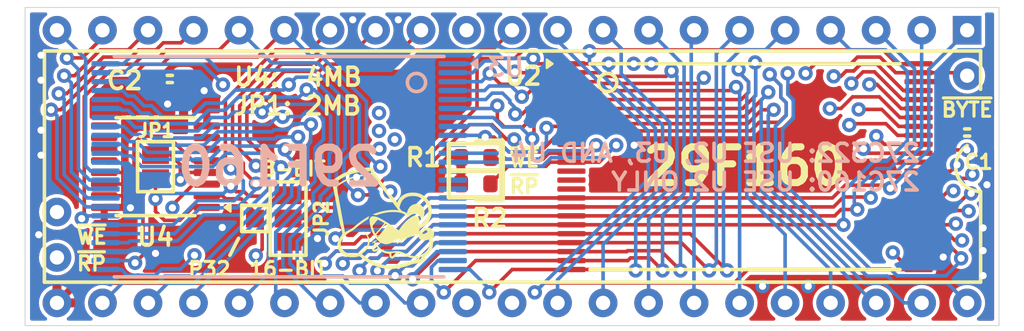
<source format=kicad_pcb>
(kicad_pcb (version 20240108) (generator "pcbnew") (generator_version "8.0")
  (layers (0 "F.Cu" signal) (1 "In1.Cu" signal) (2 "In2.Cu" signal) (31 "B.Cu" signal) (34 "B.Paste" user) (35 "F.Paste" user) (36 "B.SilkS" user "B.Silkscreen") (37 "F.SilkS" user "F.Silkscreen") (38 "B.Mask" user) (39 "F.Mask" user) (44 "Edge.Cuts" user))
  (net 0 "")
  (net 1 "/~{CE1}")
  (net 2 "/~{CE}")
  (net 3 "+5V")
  (net 4 "/A20")
  (net 5 "/D4")
  (net 6 "GND")
  (net 7 "/D2")
  (net 8 "/A6")
  (net 9 "/A8")
  (net 10 "/A2")
  (net 11 "/D11")
  (net 12 "/A13")
  (net 13 "/D9")
  (net 14 "/D15")
  (net 15 "/A10")
  (net 16 "/A5")
  (net 17 "/D5")
  (net 18 "/A19")
  (net 19 "/A11")
  (net 20 "/A18")
  (net 21 "/D13")
  (net 22 "/D0")
  (net 23 "/A1")
  (net 24 "/D7")
  (net 25 "/D12")
  (net 26 "/A4")
  (net 27 "/A0")
  (net 28 "/D8")
  (net 29 "/A16")
  (net 30 "/A9")
  (net 31 "/A12")
  (net 32 "/~{OE}")
  (net 33 "/D6")
  (net 34 "/D3")
  (net 35 "/D1")
  (net 36 "/A17")
  (net 37 "/D14")
  (net 38 "/D10")
  (net 39 "/A3")
  (net 40 "/A14")
  (net 41 "/A7")
  (net 42 "/A15")
  (net 50 "/~{CE2}")
  (net 58 "/~{BYTE}")
  (net 59 "/~{WE}")
  (net 60 "/~{RP}")
  (footprint "Capacitor_SMD:C_0603_1608Metric" (layer "F.Cu") (at 223.52 97.155)
    (property "Reference" "C1")
    (property "Value" "0.1uF")
  )
  (footprint "Package_SO:TSOP-I-48_18.4x12mm_P0.5mm" (layer "F.Cu") (at 211.12 99.065)
    (property "Reference" "U2")
    (property "Value" "29F160")
  )
  (footprint "Bucketmouse:R_0603_1608Metric_Boxed" (layer "F.Cu") (at 196.088 98.552)
    (property "Reference" "R1")
    (property "Value" "100k")
  )
  (footprint "LOGO" (layer "F.Cu") (at 190.9318 101.9556)
    (property "Reference" "G***" (hide yes))
    (property "Value" "LOGO" (hide yes))
  )
  (footprint "Bucketmouse:TestPoint_THTPad_D1.5mm_Drill0.7mm" (layer "F.Cu") (at 223.52 93.98)
    (property "Reference" "TP4" (hide yes))
    (property "Value" "TPB1,27")
  )
  (footprint "Package_SO:TSSOP-16_4.4x5mm_P0.65mm" (layer "F.Cu") (at 178.22 99.065 180)
    (property "Reference" "U4")
    (property "Value" "74LS139")
  )
  (footprint "Package_DIP:DIP-42_W15.24mm" (layer "F.Cu") (at 223.52 91.44 -90)
    (property "Reference" "P1" (hide yes))
    (property "Value" "27C322")
  )
  (footprint "Jumper:SolderJumper-2_P1.3mm_Open_Pad1.0x1.5mm" (layer "F.Cu") (at 178.22 99.065 90)
    (property "Reference" "JP1")
    (property "Value" "Jumper_2_Small_Open")
  )
  (footprint "LOGO" (layer "F.Cu") (at 193.5 94.75)
    (property "Reference" "G***" (hide yes))
    (property "Value" "LOGO" (hide yes))
  )
  (footprint "Bucketmouse:TestPoint_THTPad_D1.5mm_Drill0.7mm" (layer "F.Cu") (at 172.72 104.14)
    (property "Reference" "TP2" (hide yes))
    (property "Value" "TPB1,27")
  )
  (footprint "Bucketmouse:TestPoint_THTPad_D1.5mm_Drill0.7mm" (layer "F.Cu") (at 172.72 101.6)
    (property "Reference" "TP1" (hide yes))
    (property "Value" "TPB1,27")
  )
  (footprint "Capacitor_SMD:C_0603_1608Metric" (layer "F.Cu") (at 179.02 94.165 180)
    (property "Reference" "C2")
    (property "Value" "0.1uF")
  )
  (footprint "Jumper:SolderJumper-3_P1.3mm_Open_Pad1.0x1.5mm" (layer "F.Cu") (at 185.62 101.965 90)
    (property "Reference" "JP2")
    (property "Value" "Jumper_3_Open")
  )
  (footprint "TestPoint:TestPoint_Pad_1.0x1.0mm" (layer "F.Cu") (at 183.769 101.965)
    (property "Reference" "TP3" (hide yes))
    (property "Value" "TPB1,27")
  )
  (footprint "Bucketmouse:R_0603_1608Metric_Boxed" (layer "F.Cu") (at 196.088 100.0252)
    (property "Reference" "R2")
    (property "Value" "100k")
  )
  (footprint "Package_SO:TSOP-I-48_18.4x12mm_P0.5mm" (layer "B.Cu") (at 185.12 99.065 180)
    (property "Reference" "U3")
    (property "Value" "29F160")
  )
  (gr_circle (center 192.786 94.361) (end 192.786 93.853) (stroke (width 0.2)) (fill none) (layer "B.SilkS"))
  (gr_line (start 197.55 97.663) (end 197.55 100.8888) (stroke (width 0.35)) (layer "F.SilkS"))
  (gr_line (start 183.0324 101.219) (end 184.5691 101.219) (stroke (width 0.2)) (layer "F.SilkS"))
  (gr_line (start 182.372 104.013) (end 182.8546 103.0732) (stroke (width 0.2)) (layer "F.SilkS"))
  (gr_line (start 196.15 100.8888) (end 197.55 100.8888) (stroke (width 0.35)) (layer "F.SilkS"))
  (gr_circle (center 203.454 94.361) (end 203.454 93.853) (stroke (width 0.2)) (fill none) (layer "F.SilkS"))
  (gr_line (start 183.0578 102.6922) (end 184.6072 102.6922) (stroke (width 0.2)) (layer "F.SilkS"))
  (gr_line (start 196.15 97.663) (end 197.55 97.663) (stroke (width 0.35)) (layer "F.SilkS"))
  (gr_line (start 183.0324 101.219) (end 183.0324 102.6922) (stroke (width 0.2)) (layer "F.SilkS"))
  (gr_line (start 224.27 92.6) (end 224.27 94.742034) (stroke (width 0.2)) (layer "F.SilkS"))
  (gr_line (start 225.298 107.95) (end 225.298 90.17) (stroke (width 0.05)) (layer "Edge.Cuts"))
  (gr_line (start 170.942 90.17) (end 170.942 107.95) (stroke (width 0.05)) (layer "Edge.Cuts"))
  (gr_line (start 172.72 90.17) (end 170.942 90.17) (stroke (width 0.05)) (layer "Edge.Cuts"))
  (gr_line (start 170.942 107.95) (end 225.298 107.95) (stroke (width 0.05)) (layer "Edge.Cuts"))
  (gr_line (start 225.298 90.17) (end 172.72 90.17) (stroke (width 0.05)) (layer "Edge.Cuts"))
  (gr_text "29F160" (at 185.125 99.075 0) (layer "B.SilkS") (effects (font (size 2 2) (thickness 0.4) (bold yes)) (justify mirror)))
  (gr_text "27C322: USE U2, U3, AND U4\n27C160: USE U2 ONLY" (at 221 100.5 0) (layer "B.SilkS") (effects (font (size 1 1) (thickness 0.2) (bold yes)) (justify left bottom mirror)))
  (gr_text "~{RP}" (at 173.736 104.9528 0) (layer "F.SilkS") (effects (font (size 0.8 0.8) (thickness 0.175) (bold yes)) (justify left bottom)))
  (gr_text " 8-BIT" (at 185.6232 99.187 0) (layer "F.SilkS") (effects (font (size 0.8 0.8) (thickness 0.175) (bold yes))))
  (gr_text "~{BYTE}" (at 223.52 95.885 0) (layer "F.SilkS") (effects (font (size 0.8 0.8) (thickness 0.175) (bold yes))))
  (gr_text "P32" (at 181.229 104.8004 0) (layer "F.SilkS") (effects (font (size 0.8 0.8) (thickness 0.175) (bold yes))))
  (gr_text "U4:  4MB\nJP1: 2MB" (at 182.5 96.25 0) (layer "F.SilkS") (effects (font (size 1 1) (thickness 0.2) (bold yes)) (justify left bottom)))
  (gr_text "16-BIT" (at 185.6232 104.8004 0) (layer "F.SilkS") (effects (font (size 0.8 0.8) (thickness 0.175) (bold yes))))
  (gr_text "~{WE}" (at 173.736 103.4542 0) (layer "F.SilkS") (effects (font (size 0.8 0.8) (thickness 0.175) (bold yes)) (justify left bottom)))
  (gr_text "29F160" (at 211.1 99.05 0) (layer "F.SilkS") (effects (font (size 2 2) (thickness 0.4) (bold yes))))
  (gr_text "~{WE}" (at 198.8058 98.679 0) (layer "F.SilkS") (effects (font (size 0.8 0.8) (thickness 0.175) (bold yes))))
  (gr_text "~{RP}" (at 198.8058 100.1776 0) (layer "F.SilkS") (effects (font (size 0.8 0.8) (thickness 0.175) (bold yes))))
  (segment (start 180.005049 99.39) (end 179.604541 99.790508) (width 0.2) (layer "F.Cu") (net 1))
  (segment (start 179.604541 99.790508) (end 179.604541 98.949541) (width 0.2) (layer "F.Cu") (net 1))
  (segment (start 181.0825 99.39) (end 180.005049 99.39) (width 0.2) (layer "F.Cu") (net 1))
  (segment (start 179.604541 98.949541) (end 179.07 98.415) (width 0.2) (layer "F.Cu") (net 1))
  (segment (start 179.07 98.415) (end 178.22 98.415) (width 0.2) (layer "F.Cu") (net 1))
  (segment (start 219.82 104.315) (end 220.8075 104.315) (width 0.2) (layer "F.Cu") (net 1))
  (segment (start 219.37 103.865) (end 219.82 104.315) (width 0.2) (layer "F.Cu") (net 1))
  (segment (start 179.604541 99.790508) (end 179.604541 99.480459) (width 0.2) (layer "F.Cu") (net 1))
  (via (at 179.604541 99.790508) (size 0.8) (drill 0.4) (layers "F.Cu" "B.Cu") (net 1))
  (via (at 219.37 103.865) (size 0.8) (drill 0.4) (layers "F.Cu" "B.Cu") (net 1))
  (segment (start 178.22 99.715) (end 178.77 99.715) (width 0.2) (layer "F.Cu") (net 2))
  (segment (start 181.0825 101.34) (end 181.1075 101.365) (width 0.2) (layer "F.Cu") (net 2))
  (segment (start 184.11753 100.715003) (end 184.52758 100.304953) (width 0.2) (layer "F.Cu") (net 2))
  (segment (start 183.421117 100.715003) (end 184.11753 100.715003) (width 0.2) (layer "F.Cu") (net 2))
  (segment (start 187.758058 93.339) (end 191.705272 93.339) (width 0.2) (layer "F.Cu") (net 2))
  (segment (start 178.22 101.565) (end 178.72 102.065) (width 0.2) (layer "F.Cu") (net 2))
  (segment (start 184.52758 100.304953) (end 184.52758 99.31253) (width 0.2) (layer "F.Cu") (net 2))
  (segment (start 185.410687 93.74) (end 187.357058 93.74) (width 0.2) (layer "F.Cu") (net 2))
  (segment (start 179.57 102.065) (end 180.295 101.34) (width 0.2) (layer "F.Cu") (net 2))
  (segment (start 178.22 100.865) (end 178.22 99.715) (width 0.2) (layer "F.Cu") (net 2))
  (segment (start 178.72 102.065) (end 179.57 102.065) (width 0.2) (layer "F.Cu") (net 2))
  (segment (start 182.723321 100.465) (end 183.171114 100.465) (width 0.2) (layer "F.Cu") (net 2))
  (segment (start 191.705272 93.339) (end 192.486672 92.5576) (width 0.2) (layer "F.Cu") (net 2))
  (segment (start 187.357058 93.74) (end 187.758058 93.339) (width 0.2) (layer "F.Cu") (net 2))
  (segment (start 180.295 101.34) (end 181.0825 101.34) (width 0.2) (layer "F.Cu") (net 2))
  (segment (start 183.32 95.830687) (end 185.410687 93.74) (width 0.2) (layer "F.Cu") (net 2))
  (segment (start 178.22 100.865) (end 178.22 101.565) (width 0.2) (layer "F.Cu") (net 2))
  (segment (start 182.419886 100.161565) (end 182.723321 100.465) (width 0.2) (layer "F.Cu") (net 2))
  (segment (start 184.52758 99.31253) (end 184.52 99.30495) (width 0.2) (layer "F.Cu") (net 2))
  (segment (start 183.171114 100.465) (end 183.421117 100.715003) (width 0.2) (layer "F.Cu") (net 2))
  (segment (start 184.52 99.30495) (end 184.52 98.72505) (width 0.2) (layer "F.Cu") (net 2))
  (segment (start 184.52 98.72505) (end 183.32 97.52505) (width 0.2) (layer "F.Cu") (net 2))
  (segment (start 197.0024 92.5576) (end 198.12 91.44) (width 0.2) (layer "F.Cu") (net 2))
  (segment (start 192.486672 92.5576) (end 197.0024 92.5576) (width 0.2) (layer "F.Cu") (net 2))
  (segment (start 183.32 97.52505) (end 183.32 95.830687) (width 0.2) (layer "F.Cu") (net 2))
  (via (at 182.419886 100.161565) (size 0.8) (drill 0.4) (layers "F.Cu" "B.Cu") (net 2))
  (via (at 178.22 100.865) (size 0.8) (drill 0.4) (layers "F.Cu" "B.Cu") (net 2))
  (segment (start 178.22 100.865) (end 178.52 100.565) (width 0.2) (layer "B.Cu") (net 2))
  (segment (start 182.016451 100.565) (end 182.419886 100.161565) (width 0.2) (layer "B.Cu") (net 2))
  (segment (start 178.52 100.565) (end 182.016451 100.565) (width 0.2) (layer "B.Cu") (net 2))
  (segment (start 187.264421 103.082133) (end 187.081554 103.265) (width 0.2) (layer "F.Cu") (net 3))
  (segment (start 176.82 101.365) (end 176.4474 101.365) (width 0.2) (layer "F.Cu") (net 3))
  (segment (start 221.62741 98.815) (end 221.895 98.54741) (width 0.2) (layer "F.Cu") (net 3))
  (segment (start 220.8075 98.815) (end 221.62741 98.815) (width 0.2) (layer "F.Cu") (net 3))
  (segment (start 179.795 94.165) (end 179.795 96.5316) (width 0.2) (layer "F.Cu") (net 3))
  (segment (start 192.745712 100.620447) (end 192.745712 100.289713) (width 0.199) (layer "F.Cu") (net 3))
  (segment (start 176.3964 101.314) (end 176.3964 100.6886) (width 0.2) (layer "F.Cu") (net 3))
  (segment (start 174.66 105.41) (end 174.325 105.075) (width 0.2) (layer "F.Cu") (net 3))
  (segment (start 176.4647 101.1097) (end 176.52 101.165) (width 0.2) (layer "F.Cu") (net 3))
  (segment (start 185.62 103.265) (end 185.92 103.565) (width 0.2) (layer "F.Cu") (net 3))
  (segment (start 222.009 97.891) (end 221.895 97.891) (width 0.2) (layer "F.Cu") (net 3))
  (segment (start 176.3964 100.6886) (end 176.52 100.565) (width 0.2) (layer "F.Cu") (net 3))
  (segment (start 176.52 100.565) (end 176.4647 100.6203) (width 0.2) (layer "F.Cu") (net 3))
  (segment (start 221.895 98.54741) (end 221.895 98.298) (width 0.2) (layer "F.Cu") (net 3))
  (segment (start 179.795 96.5316) (end 179.4616 96.865) (width 0.2) (layer "F.Cu") (net 3))
  (segment (start 176.8962 96.865) (end 176.52 97.2412) (width 0.2) (layer "F.Cu") (net 3))
  (segment (start 222.64 97.146) (end 221.895 97.891) (width 0.2) (layer "F.Cu") (net 3))
  (segment (start 187.264421 103.082133) (end 187.264421 102.803579) (width 0.199) (layer "F.Cu") (net 3))
  (segment (start 176.4474 101.365) (end 176.3964 101.314) (width 0.2) (layer "F.Cu") (net 3))
  (segment (start 174.579 105.075) (end 174.325 105.075) (width 0.2) (layer "F.Cu") (net 3))
  (segment (start 188.322101 101.745899) (end 191.62026 101.745899) (width 0.199) (layer "F.Cu") (net 3))
  (segment (start 175.3575 101.34) (end 176.345 101.34) (width 0.2) (layer "F.Cu") (net 3))
  (segment (start 221.895 98.298) (end 221.895 98.0948) (width 0.2) (layer "F.Cu") (net 3))
  (segment (start 176.345 101.34) (end 176.52 101.165) (width 0.2) (layer "F.Cu") (net 3))
  (segment (start 176.42 99.365) (end 176.395 99.39) (width 0.2) (layer "F.Cu") (net 3))
  (segment (start 175.3575 100.04) (end 176.345 100.04) (width 0.2) (layer "F.Cu") (net 3))
  (segment (start 175.3575 100.69) (end 176.395 100.69) (width 0.2) (layer "F.Cu") (net 3))
  (segment (start 176.52 99.365) (end 176.42 99.365) (width 0.2) (layer "F.Cu") (net 3))
  (segment (start 221.895 97.891) (end 221.895 98.298) (width 0.2) (layer "F.Cu") (net 3))
  (segment (start 176.395 99.39) (end 175.3575 99.39) (width 0.2) (layer "F.Cu") (net 3))
  (segment (start 176.4647 100.6203) (end 176.4647 101.1097) (width 0.2) (layer "F.Cu") (net 3))
  (segment (start 179.4616 96.865) (end 176.8962 96.865) (width 0.2) (layer "F.Cu") (net 3))
  (segment (start 222.745 97.155) (end 222.631 97.155) (width 0.2) (layer "F.Cu") (net 3))
  (segment (start 187.264421 103.082133) (end 187.063544 103.28301) (width 0.2) (layer "F.Cu") (net 3))
  (segment (start 187.063544 103.780133) (end 186.653494 104.190183) (width 0.2) (layer "F.Cu") (net 3))
  (segment (start 187.081554 103.265) (end 185.62 103.265) (width 0.2) (layer "F.Cu") (net 3))
  (segment (start 176.345 100.04) (end 176.52 99.865) (width 0.2) (layer "F.Cu") (net 3))
  (segment (start 172.72 106.68) (end 174.325 105.075) (width 0.4) (layer "F.Cu") (net 3))
  (segment (start 186.653494 104.190183) (end 186.653494 104.938506) (width 0.2) (layer "F.Cu") (net 3))
  (segment (start 187.063544 103.28301) (end 187.063544 103.780133) (width 0.2) (layer "F.Cu") (net 3))
  (segment (start 187.264421 102.803579) (end 188.322101 101.745899) (width 0.199) (layer "F.Cu") (net 3))
  (segment (start 222.631 97.155) (end 221.895 97.891) (width 0.2) (layer "F.Cu") (net 3))
  (segment (start 221.895 97.891) (end 221.895 97.917) (width 0.2) (layer "F.Cu") (net 3))
  (segment (start 186.182 105.41) (end 174.66 105.41) (width 0.2) (layer "F.Cu") (net 3))
  (segment (start 192.745712 100.289713) (end 194.483425 98.552) (width 0.199) (layer "F.Cu") (net 3))
  (segment (start 176.52 97.2412) (end 176.52 99.365) (width 0.2) (layer "F.Cu") (net 3))
  (segment (start 222.745 97.2448) (end 222.745 97.155) (width 0.2) (layer "F.Cu") (net 3))
  (segment (start 176.82 102.834) (end 174.579 105.075) (width 0.2) (layer "F.Cu") (net 3))
  (segment (start 186.653494 104.938506) (end 186.182 105.41) (width 0.2) (layer "F.Cu") (net 3))
  (segment (start 176.52 99.865) (end 176.52 99.365) (width 0.2) (layer "F.Cu") (net 3))
  (segment (start 185.92 103.465) (end 185.92 103.265) (width 0.2) (layer "F.Cu") (net 3))
  (segment (start 221.895 98.0948) (end 222.745 97.2448) (width 0.2) (layer "F.Cu") (net 3))
  (segment (start 222.745 97.155) (end 222.009 97.891) (width 0.2) (layer "F.Cu") (net 3))
  (segment (start 176.82 101.365) (end 176.82 102.834) (width 0.2) (layer "F.Cu") (net 3))
  (segment (start 191.62026 101.745899) (end 192.745712 100.620447) (width 0.199) (layer "F.Cu") (net 3))
  (segment (start 176.395 100.69) (end 176.52 100.565) (width 0.2) (layer "F.Cu") (net 3))
  (segment (start 220.8075 98.815) (end 218.957 98.815) (width 0.2) (layer "F.Cu") (net 3))
  (segment (start 176.52 100.565) (end 176.52 99.865) (width 0.2) (layer "F.Cu") (net 3))
  (segment (start 185.92 103.265) (end 185.92 103.565) (width 0.2) (layer "F.Cu") (net 3))
  (segment (start 194.483425 98.552) (end 195.184 98.552) (width 0.199) (layer "F.Cu") (net 3))
  (via (at 204.932464 97.866) (size 0.8) (drill 0.4) (layers "F.Cu" "B.Cu") (net 3))
  (via (at 187.264421 103.082133) (size 0.8) (drill 0.4) (layers "F.Cu" "B.Cu") (net 3))
  (via (at 176.82 101.365) (size 0.8) (drill 0.4) (layers "F.Cu" "B.Cu") (net 3))
  (segment (start 176.3014 98.8568) (end 176.5554 99.1108) (width 0.2) (layer "B.Cu") (net 3))
  (segment (start 176.8348 99.017283) (end 176.681517 98.864) (width 0.2) (layer "B.Cu") (net 3))
  (segment (start 197.664986 92.5385) (end 197.353886 92.2274) (width 0.199) (layer "B.Cu") (net 3))
  (segment (start 176.8348 99.1362) (end 176.8348 99.017283) (width 0.2) (layer "B.Cu") (net 3))
  (segment (start 192.8114 100.2284) (end 191.1096 101.9302) (width 0.199) (layer "B.Cu") (net 3))
  (segment (start 199.757309 92.315309) (end 199.007662 92.315309) (width 0.199) (layer "B.Cu") (net 3))
  (segment (start 193.7258 92.6084) (end 192.8114 93.5228) (width 0.199) (layer "B.Cu") (net 3))
  (segment (start 175.4743 98.8568) (end 176.3014 98.8568) (width 0.2) (layer "B.Cu") (net 3))
  (segment (start 197.353886 92.2274) (end 196.346114 92.2274) (width 0.199) (layer "B.Cu") (net 3))
  (segment (start 176.7078 99.2632) (end 176.82 99.3754) (width 0.2) (layer "B.Cu") (net 3))
  (segment (start 188.214 101.9302) (end 187.264421 102.879779) (width 0.199) (layer "B.Cu") (net 3))
  (segment (start 204.932464 97.490464) (end 199.757309 92.315309) (width 0.199) (layer "B.Cu") (net 3))
  (segment (start 204.932464 97.866) (end 204.932464 97.490464) (width 0.199) (layer "B.Cu") (net 3))
  (segment (start 187.264421 102.879779) (end 187.264421 103.082133) (width 0.199) (layer "B.Cu") (net 3))
  (segment (start 176.5554 99.1108) (end 176.519 99.1472) (width 0.2) (layer "B.Cu") (net 3))
  (segment (start 176.7078 99.2632) (end 176.8348 99.1362) (width 0.2) (layer "B.Cu") (net 3))
  (segment (start 191.1096 101.9302) (end 188.214 101.9302) (width 0.199) (layer "B.Cu") (net 3))
  (segment (start 198.784471 92.5385) (end 197.664986 92.5385) (width 0.199) (layer "B.Cu") (net 3))
  (segment (start 176.519 99.1472) (end 176.519 99.822) (width 0.2) (layer "B.Cu") (net 3))
  (segment (start 176.681517 98.864) (end 175.4815 98.864) (width 0.2) (layer "B.Cu") (net 3))
  (segment (start 195.965114 92.6084) (end 193.7258 92.6084) (width 0.199) (layer "B.Cu") (net 3))
  (segment (start 175.4325 98.815) (end 175.4743 98.8568) (width 0.2) (layer "B.Cu") (net 3))
  (segment (start 199.007662 92.315309) (end 198.784471 92.5385) (width 0.199) (layer "B.Cu") (net 3))
  (segment (start 176.82 99.3754) (end 176.82 101.365) (width 0.2) (layer "B.Cu") (net 3))
  (segment (start 196.346114 92.2274) (end 195.965114 92.6084) (width 0.199) (layer "B.Cu") (net 3))
  (segment (start 176.5554 99.1108) (end 176.7078 99.2632) (width 0.2) (layer "B.Cu") (net 3))
  (segment (start 192.8114 93.5228) (end 192.8114 100.2284) (width 0.199) (layer "B.Cu") (net 3))
  (segment (start 176.7332 99.0854) (end 176.579917 98.932117) (width 0.2) (layer "B.Cu") (net 3))
  (segment (start 175.4815 98.864) (end 175.4325 98.815) (width 0.2) (layer "B.Cu") (net 3))
  (segment (start 182.129936 100.861565) (end 182.616565 100.861565) (width 0.2) (layer "F.Cu") (net 4))
  (segment (start 183.005429 100.865) (end 182.616565 100.865) (width 0.2) (layer "F.Cu") (net 4))
  (segment (start 181.0825 100.69) (end 181.958371 100.69) (width 0.2) (layer "F.Cu") (net 4))
  (segment (start 184.172 102.031571) (end 183.005429 100.865) (width 0.2) (layer "F.Cu") (net 4))
  (segment (start 184.172 103.67747) (end 184.172 102.031571) (width 0.2) (layer "F.Cu") (net 4))
  (segment (start 183.819657 104.029813) (end 184.172 103.67747) (width 0.2) (layer "F.Cu") (net 4))
  (segment (start 181.958371 100.69) (end 182.129936 100.861565) (width 0.2) (layer "F.Cu") (net 4))
  (via (at 183.819657 104.029813) (size 0.8) (drill 0.4) (layers "F.Cu" "B.Cu") (net 4))
  (segment (start 217.983276 98.315) (end 220.8075 98.315) (width 0.2) (layer "F.Cu") (net 5))
  (segment (start 217.736421 98.068145) (end 217.983276 98.315) (width 0.2) (layer "F.Cu") (net 5))
  (via (at 217.736421 98.068145) (size 0.8) (drill 0.4) (layers "F.Cu" "B.Cu") (net 5))
  (via (at 185.221 99.100022) (size 0.8) (drill 0.4) (layers "F.Cu" "B.Cu") (net 5))
  (segment (start 185.02 100.378218) (end 180.217218 105.181) (width 0.2) (layer "B.Cu") (net 5))
  (segment (start 178.734728 105.181) (end 178.378728 105.537) (width 0.2) (layer "B.Cu") (net 5))
  (segment (start 184.519199 98.315) (end 182.17 98.315) (width 0.2) (layer "B.Cu") (net 5))
  (segment (start 185.221 99.100022) (end 185.02 99.301022) (width 0.2) (layer "B.Cu") (net 5))
  (segment (start 180.217218 105.181) (end 178.734728 105.181) (width 0.2) (layer "B.Cu") (net 5))
  (segment (start 178.378728 105.537) (end 176.403 105.537) (width 0.2) (layer "B.Cu") (net 5))
  (segment (start 181.42 99.065) (end 177.446789 99.065) (width 0.2) (layer "B.Cu") (net 5))
  (segment (start 176.846789 98.465) (end 176.420003 98.465) (width 0.2) (layer "B.Cu") (net 5))
  (segment (start 185.02 99.301022) (end 185.02 100.378218) (width 0.2) (layer "B.Cu") (net 5))
  (segment (start 185.221 99.016801) (end 184.519199 98.315) (width 0.2) (layer "B.Cu") (net 5))
  (segment (start 176.270003 98.315) (end 175.4325 98.315) (width 0.2) (layer "B.Cu") (net 5))
  (segment (start 182.17 98.315) (end 181.42 99.065) (width 0.2) (layer "B.Cu") (net 5))
  (segment (start 185.221 99.100022) (end 185.221 99.016801) (width 0.2) (layer "B.Cu") (net 5))
  (segment (start 176.420003 98.465) (end 176.270003 98.315) (width 0.2) (layer "B.Cu") (net 5))
  (segment (start 176.403 105.537) (end 175.26 106.68) (width 0.2) (layer "B.Cu") (net 5))
  (segment (start 177.446789 99.065) (end 176.846789 98.465) (width 0.2) (layer "B.Cu") (net 5))
  (segment (start 183.120657 104.319349) (end 183.530121 104.728813) (width 0.2) (layer "F.Cu") (net 6))
  (segment (start 184.110607 104.728813) (end 184.6072 104.23222) (width 0.2) (layer "F.Cu") (net 6))
  (segment (start 221.881305 103.815) (end 222.183865 104.11756) (width 0.199) (layer "F.Cu") (net 6))
  (segment (start 185.072 100.665) (end 185.62 100.665) (width 0.2) (layer "F.Cu") (net 6))
  (segment (start 178.895125 95.565) (end 178.245 95.565) (width 0.2) (layer "F.Cu") (net 6))
  (segment (start 178.245 95.565) (end 178.245 94.165) (width 0.2) (layer "F.Cu") (net 6))
  (segment (start 179.12 101.409975) (end 179.164975 101.365) (width 0.2) (layer "F.Cu") (net 6))
  (segment (start 178.472216 94.2655) (end 179.2285 93.509216) (width 0.2) (layer "F.Cu") (net 6))
  (segment (start 178.327693 94.165) (end 179.152693 93.34) (width 0.2) (layer "F.Cu") (net 6))
  (segment (start 222.183865 104.11756) (end 221.92997 104.11756) (width 0.2) (layer "F.Cu") (net 6))
  (segment (start 179.152693 93.34) (end 180.193696 93.34) (width 0.2) (layer "F.Cu") (net 6))
  (segment (start 183.530121 104.728813) (end 184.110607 104.728813) (width 0.2) (layer "F.Cu") (net 6))
  (segment (start 184.6072 104.23222) (end 184.571 104.19602) (width 0.2) (layer "F.Cu") (net 6))
  (segment (start 178.245 94.165) (end 178.327693 94.165) (width 0.2) (layer "F.Cu") (net 6))
  (segment (start 181.0825 95.280431) (end 181.0825 96.79) (width 0.2) (layer "F.Cu") (net 6))
  (segment (start 180.344999 100.04) (end 179.12 101.264999) (width 0.2) (layer "F.Cu") (net 6))
  (segment (start 179.12 101.465) (end 179.12 101.409975) (width 0.2) (layer "F.Cu") (net 6))
  (segment (start 184.571 104.19602) (end 184.571 101.166) (width 0.2) (layer "F.Cu") (net 6))
  (segment (start 178.4035 94.2655) (end 178.472216 94.2655) (width 0.2) (layer "F.Cu") (net 6))
  (segment (start 181.0825 100.04) (end 180.344999 100.04) (width 0.2) (layer "F.Cu") (net 6))
  (segment (start 183.120657 103.638973) (end 183.120657 104.319349) (width 0.2) (layer "F.Cu") (net 6))
  (segment (start 180.545 93.691304) (end 180.545 94.742931) (width 0.2) (layer "F.Cu") (net 6))
  (segment (start 180.193696 93.34) (end 180.545 93.691304) (width 0.2) (layer "F.Cu") (net 6))
  (segment (start 181.945684 102.464) (end 183.120657 103.638973) (width 0.2) (layer "F.Cu") (net 6))
  (segment (start 179.2285 93.509216) (end 179.2285 93.4405) (width 0.2) (layer "F.Cu") (net 6))
  (segment (start 184.571 101.166) (end 185.072 100.665) (width 0.2) (layer "F.Cu") (net 6))
  (segment (start 220.8075 103.815) (end 221.881305 103.815) (width 0.199) (layer "F.Cu") (net 6))
  (segment (start 180.545 94.742931) (end 181.0825 95.280431) (width 0.2) (layer "F.Cu") (net 6))
  (segment (start 222.285 94.315) (end 220.8075 94.315) (width 0.2) (layer "F.Cu") (net 6))
  (segment (start 179.12 101.264999) (end 179.12 101.465) (width 0.2) (layer "F.Cu") (net 6))
  (via (at 189.229998 90.853226) (size 0.8) (drill 0.4) (layers "F.Cu" "B.Cu") (net 6))
  (via (at 171.704 102.87) (size 0.8) (drill 0.4) (layers "F.Cu" "B.Cu") (net 6))
  (via (at 171.831 98.425) (size 0.8) (drill 0.4) (layers "F.Cu" "B.Cu") (net 6))
  (via (at 171.831 97.028) (size 0.8) (drill 0.4) (layers "F.Cu" "B.Cu") (net 6))
  (via (at 214.65 105.75) (size 0.8) (drill 0.4) (layers "F.Cu" "B.Cu") (net 6))
  (via (at 224.409 102.489) (size 0.8) (drill 0.4) (layers "F.Cu" "B.Cu") (net 6))
  (via (at 180.936035 94.81894) (size 0.8) (drill 0.4) (layers "F.Cu" "B.Cu") (net 6))
  (via (at 224.409 103.759) (size 0.8) (drill 0.4) (layers "F.Cu" "B.Cu") (net 6))
  (via (at 212.1 105.75) (size 0.8) (drill 0.4) (layers "F.Cu" "B.Cu") (net 6))
  (via (at 181.945684 102.464) (size 0.8) (drill 0.4) (layers "F.Cu" "B.Cu") (net 6))
  (via (at 204.908995 93.316) (size 0.8) (drill 0.4) (layers "F.Cu" "B.Cu") (net 6))
  (via (at 179.164975 101.365) (size 0.8) (drill 0.4) (layers "F.Cu" "B.Cu") (net 6))
  (via (at 224.409 105.156) (size 0.8) (drill 0.4) (layers "F.Cu" "B.Cu") (net 6))
  (via (at 191.769998 90.853225) (size 0.8) (drill 0.4) (layers "F.Cu" "B.Cu") (net 6))
  (via (at 178.219 103.914) (size 0.8) (drill 0.4) (layers "F.Cu" "B.Cu") (net 6))
  (via (at 178.895125 95.565) (size 0.8) (drill 0.4) (layers "F.Cu" "B.Cu") (net 6))
  (via (at 222.183865 104.11756) (size 0.8) (drill 0.4) (layers "F.Cu" "B.Cu") (net 6))
  (via (at 171.831 94.234) (size 0.8) (drill 0.4) (layers "F.Cu" "B.Cu") (net 6))
  (via (at 205.8924 93.316) (size 0.8) (drill 0.4) (layers "F.Cu" "B.Cu") (net 6))
  (via (at 224.623 100.076) (size 0.8) (drill 0.4) (layers "F.Cu" "B.Cu") (net 6))
  (via (at 171.831 92.837) (size 0.8) (drill 0.4) (layers "F.Cu" "B.Cu") (net 6))
  (segment (start 176.783782 94.649315) (end 176.449467 94.315) (width 0.2) (layer "B.Cu") (net 6))
  (segment (start 178.895125 95.565) (end 178.595125 95.265) (width 0.2) (layer "B.Cu") (net 6))
  (segment (start 177.745487 95.265) (end 177.129802 94.649315) (width 0.2) (layer "B.Cu") (net 6))
  (segment (start 176.790987 103.7405) (end 176.716487 103.815) (width 0.199) (layer "B.Cu") (net 6))
  (segment (start 176.716487 103.815) (end 175.4325 103.815) (width 0.199) (layer "B.Cu") (net 6))
  (segment (start 178.0455 103.7405) (end 176.790987 103.7405) (width 0.199) (layer "B.Cu") (net 6))
  (segment (start 178.595125 95.265) (end 177.745487 95.265) (width 0.2) (layer "B.Cu") (net 6))
  (segment (start 176.449467 94.315) (end 175.4325 94.315) (width 0.2) (layer "B.Cu") (net 6))
  (segment (start 177.129802 94.649315) (end 176.783782 94.649315) (width 0.2) (layer "B.Cu") (net 6))
  (segment (start 178.219 103.914) (end 178.0455 103.7405) (width 0.199) (layer "B.Cu") (net 6))
  (segment (start 178.257049 92.54) (end 178.656049 92.141) (width 0.2) (layer "F.Cu") (net 7))
  (segment (start 177.265686 92.54) (end 178.257049 92.54) (width 0.2) (layer "F.Cu") (net 7))
  (segment (start 222.0698 100.815) (end 220.8075 100.815) (width 0.2) (layer "F.Cu") (net 7))
  (segment (start 172.82 94.982043) (end 173.259828 94.982043) (width 0.2) (layer "F.Cu") (net 7))
  (segment (start 222.46611 100.41869) (end 222.0698 100.815) (width 0.2) (layer "F.Cu") (net 7))
  (segment (start 222.752369 100.41869) (end 222.46611 100.41869) (width 0.2) (layer "F.Cu") (net 7))
  (segment (start 176.865686 92.94) (end 177.265686 92.54) (width 0.2) (layer "F.Cu") (net 7))
  (segment (start 173.259828 94.982043) (end 175.301871 92.94) (width 0.2) (layer "F.Cu") (net 7))
  (segment (start 175.301871 92.94) (end 176.865686 92.94) (width 0.2) (layer "F.Cu") (net 7))
  (segment (start 178.656049 92.141) (end 179.639 92.141) (width 0.2) (layer "F.Cu") (net 7))
  (segment (start 179.639 92.141) (end 180.34 91.44) (width 0.2) (layer "F.Cu") (net 7))
  (via (at 222.752369 100.41869) (size 0.8) (drill 0.4) (layers "F.Cu" "B.Cu") (net 7))
  (via (at 172.82 94.982043) (size 0.8) (drill 0.4) (layers "F.Cu" "B.Cu") (net 7))
  (via (at 190.718093 98.06416) (size 0.8) (drill 0.4) (layers "F.Cu" "B.Cu") (net 7))
  (segment (start 172.82 94.982043) (end 173.12 95.282043) (width 0.2) (layer "B.Cu") (net 7))
  (segment (start 173.12 99.519465) (end 174.415534 100.815) (width 0.2) (layer "B.Cu") (net 7))
  (segment (start 174.415534 100.815) (end 175.4325 100.815) (width 0.2) (layer "B.Cu") (net 7))
  (segment (start 173.12 95.282043) (end 173.12 99.519465) (width 0.2) (layer "B.Cu") (net 7))
  (segment (start 216.618956 102.314079) (end 216.618035 102.315) (width 0.2) (layer "F.Cu") (net 8))
  (segment (start 189.606726 104.78396) (end 190.210686 104.18) (width 0.2) (layer "F.Cu") (net 8))
  (segment (start 192.222949 103.810621) (end 193.71857 102.315) (width 0.2) (layer "F.Cu") (net 8))
  (segment (start 191.699367 103.810621) (end 192.222949 103.810621) (width 0.2) (layer "F.Cu") (net 8))
  (segment (start 190.634951 104.18) (end 190.816332 103.998619) (width 0.2) (layer "F.Cu") (net 8))
  (segment (start 190.816332 103.998619) (end 191.511369 103.998619) (width 0.2) (layer "F.Cu") (net 8))
  (segment (start 193.71857 102.315) (end 201.4325 102.315) (width 0.2) (layer "F.Cu") (net 8))
  (segment (start 189.606726 104.881) (end 189.606726 104.78396) (width 0.2) (layer "F.Cu") (net 8))
  (segment (start 191.511369 103.998619) (end 191.699367 103.810621) (width 0.2) (layer "F.Cu") (net 8))
  (segment (start 216.618035 102.315) (end 201.4325 102.315) (width 0.2) (layer "F.Cu") (net 8))
  (segment (start 190.210686 104.18) (end 190.634951 104.18) (width 0.2) (layer "F.Cu") (net 8))
  (via (at 189.606726 104.881) (size 0.8) (drill 0.4) (layers "F.Cu" "B.Cu") (net 8))
  (via (at 216.618956 102.314079) (size 0.8) (drill 0.4) (layers "F.Cu" "B.Cu") (net 8))
  (segment (start 218.29868 98.770504) (end 219.027771 98.770504) (width 0.2) (layer "B.Cu") (net 8))
  (segment (start 190.635364 104.181) (end 191.005743 103.810621) (width 0.2) (layer "B.Cu") (net 8))
  (segment (start 189.606726 104.881) (end 189.606726 104.785374) (width 0.2) (layer "B.Cu") (net 8))
  (segment (start 220.18 93.745686) (end 218.974314 92.54) (width 0.2) (layer "B.Cu") (net 8))
  (segment (start 218.974314 92.54) (end 217 92.54) (width 0.2) (layer "B.Cu") (net 8))
  (segment (start 191.005743 103.810621) (end 192.229225 103.810621) (width 0.2) (layer "B.Cu") (net 8))
  (segment (start 220.18 97.618275) (end 220.18 93.745686) (width 0.2) (layer "B.Cu") (net 8))
  (segment (start 216.618956 100.450228) (end 218.29868 98.770504) (width 0.2) (layer "B.Cu") (net 8))
  (segment (start 216.618956 102.314079) (end 216.618956 100.450228) (width 0.2) (layer "B.Cu") (net 8))
  (segment (start 219.027771 98.770504) (end 220.18 97.618275) (width 0.2) (layer "B.Cu") (net 8))
  (segment (start 189.606726 104.785374) (end 190.2111 104.181) (width 0.2) (layer "B.Cu") (net 8))
  (segment (start 192.229225 103.810621) (end 193.724846 102.315) (width 0.2) (layer "B.Cu") (net 8))
  (segment (start 190.2111 104.181) (end 190.635364 104.181) (width 0.2) (layer "B.Cu") (net 8))
  (segment (start 217 92.54) (end 215.9 91.44) (width 0.2) (layer "B.Cu") (net 8))
  (segment (start 193.724846 102.315) (end 194.8075 102.315) (width 0.2) (layer "B.Cu") (net 8))
  (segment (start 212.72 95.887219) (end 212.044153 95.887219) (width 0.2) (layer "F.Cu") (net 9))
  (segment (start 200.125469 96.815) (end 201.4325 96.815) (width 0.2) (layer "F.Cu") (net 9))
  (segment (start 212.044153 95.887219) (end 211.266371 96.665) (width 0.2) (layer "F.Cu") (net 9))
  (segment (start 202.250994 96.815) (end 201.4325 96.815) (width 0.2) (layer "F.Cu") (net 9))
  (segment (start 200.040972 96.899497) (end 200.125469 96.815) (width 0.2) (layer "F.Cu") (net 9))
  (segment (start 211.266371 96.665) (end 202.400994 96.665) (width 0.2) (layer "F.Cu") (net 9))
  (segment (start 202.400994 96.665) (end 202.250994 96.815) (width 0.2) (layer "F.Cu") (net 9))
  (via (at 212.72 95.887219) (size 0.8) (drill 0.4) (layers "F.Cu" "B.Cu") (net 9))
  (via (at 200.040972 96.899497) (size 0.8) (drill 0.4) (layers "F.Cu" "B.Cu") (net 9))
  (segment (start 217.767797 105.58) (end 218.897049 105.58) (width 0.2) (layer "B.Cu") (net 9))
  (segment (start 212.42 100.232203) (end 217.767797 105.58) (width 0.2) (layer "B.Cu") (net 9))
  (segment (start 197.45011 97.25516) (end 196.90995 96.715) (width 0.2) (layer "B.Cu") (net 9))
  (segment (start 197.943007 98.243373) (end 197.45011 97.750476) (width 0.2) (layer "B.Cu") (net 9))
  (segment (start 196.90995 96.715) (end 195.72741 96.715) (width 0.2) (layer "B.Cu") (net 9))
  (segment (start 212.72 95.887219) (end 212.42 96.187219) (width 0.2) (layer "B.Cu") (net 9))
  (segment (start 200.040972 96.899497) (end 200.040972 97.693868) (width 0.2) (layer "B.Cu") (net 9))
  (segment (start 195.72741 96.715) (end 195.62741 96.815) (width 0.2) (layer "B.Cu") (net 9))
  (segment (start 195.62741 96.815) (end 194.8075 96.815) (width 0.2) (layer "B.Cu") (net 9))
  (segment (start 199.491467 98.243373) (end 197.943007 98.243373) (width 0.2) (layer "B.Cu") (net 9))
  (segment (start 197.45011 97.750476) (end 197.45011 97.25516) (width 0.2) (layer "B.Cu") (net 9))
  (segment (start 219.997049 106.68) (end 220.98 106.68) (width 0.2) (layer "B.Cu") (net 9))
  (segment (start 212.42 96.187219) (end 212.42 100.232203) (width 0.2) (layer "B.Cu") (net 9))
  (segment (start 200.040972 97.693868) (end 199.491467 98.243373) (width 0.2) (layer "B.Cu") (net 9))
  (segment (start 218.897049 105.58) (end 219.997049 106.68) (width 0.2) (layer "B.Cu") (net 9))
  (segment (start 196.086439 104.315) (end 201.4325 104.315) (width 0.2) (layer "F.Cu") (net 10))
  (segment (start 194.309484 106.091955) (end 196.086439 104.315) (width 0.2) (layer "F.Cu") (net 10))
  (segment (start 205.820042 104.165) (end 204.73005 104.165) (width 0.2) (layer "F.Cu") (net 10))
  (segment (start 204.58005 104.315) (end 201.4325 104.315) (width 0.2) (layer "F.Cu") (net 10))
  (segment (start 206.520042 104.865) (end 205.820042 104.165) (width 0.2) (layer "F.Cu") (net 10))
  (segment (start 204.73005 104.165) (end 204.58005 104.315) (width 0.2) (layer "F.Cu") (net 10))
  (via (at 194.309484 106.091955) (size 0.8) (drill 0.4) (layers "F.Cu" "B.Cu") (net 10))
  (via (at 206.520042 104.865) (size 0.8) (drill 0.4) (layers "F.Cu" "B.Cu") (net 10))
  (segment (start 207.72 93.42) (end 205.74 91.44) (width 0.2) (layer "B.Cu") (net 10))
  (segment (start 193.98759 104.315) (end 194.8075 104.315) (width 0.2) (layer "B.Cu") (net 10))
  (segment (start 207.72 100.583658) (end 207.72 93.42) (width 0.2) (layer "B.Cu") (net 10))
  (segment (start 193.62 104.68259) (end 193.98759 104.315) (width 0.2) (layer "B.Cu") (net 10))
  (segment (start 206.520042 101.783616) (end 207.72 100.583658) (width 0.2) (layer "B.Cu") (net 10))
  (segment (start 193.62 105.402471) (end 193.62 104.68259) (width 0.2) (layer "B.Cu") (net 10))
  (segment (start 206.520042 104.865) (end 206.520042 101.783616) (width 0.2) (layer "B.Cu") (net 10))
  (segment (start 194.309484 106.091955) (end 193.62 105.402471) (width 0.2) (layer "B.Cu") (net 10))
  (segment (start 222.672829 98.129171) (end 222.295 98.507) (width 0.2) (layer "F.Cu") (net 11))
  (segment (start 221.693096 99.315) (end 220.8075 99.315) (width 0.2) (layer "F.Cu") (net 11))
  (segment (start 223.505294 98.129171) (end 222.672829 98.129171) (width 0.2) (layer "F.Cu") (net 11))
  (segment (start 222.295 98.507) (end 222.295 98.713096) (width 0.2) (layer "F.Cu") (net 11))
  (segment (start 222.295 98.713096) (end 221.693096 99.315) (width 0.2) (layer "F.Cu") (net 11))
  (via (at 223.505294 98.129171) (size 0.8) (drill 0.4) (layers "F.Cu" "B.Cu") (net 11))
  (via (at 190.695221 96.065) (size 0.8) (drill 0.4) (layers "F.Cu" "B.Cu") (net 11))
  (segment (start 174.32 99.02241) (end 174.32 93.04) (width 0.2) (layer "B.Cu") (net 11))
  (segment (start 175.4325 99.315) (end 174.61259 99.315) (width 0.2) (layer "B.Cu") (net 11))
  (segment (start 174.32 93.04) (end 172.72 91.44) (width 0.2) (layer "B.Cu") (net 11))
  (segment (start 174.61259 99.315) (end 174.32 99.02241) (width 0.2) (layer "B.Cu") (net 11))
  (segment (start 202.87 94.315) (end 201.4325 94.315) (width 0.2) (layer "F.Cu") (net 12))
  (segment (start 208.82 94.1) (end 208.505 94.415) (width 0.2) (layer "F.Cu") (net 12))
  (segment (start 202.97 94.415) (end 202.87 94.315) (width 0.2) (layer "F.Cu") (net 12))
  (segment (start 198.95472 94.459608) (end 199.099328 94.315) (width 0.2) (layer "F.Cu") (net 12))
  (segment (start 196.868039 93.856456) (end 197.471191 94.459608) (width 0.2) (layer "F.Cu") (net 12))
  (segment (start 208.505 94.415) (end 202.97 94.415) (width 0.2) (layer "F.Cu") (net 12))
  (segment (start 199.099328 94.315) (end 201.4325 94.315) (width 0.2) (layer "F.Cu") (net 12))
  (segment (start 197.471191 94.459608) (end 198.95472 94.459608) (width 0.2) (layer "F.Cu") (net 12))
  (via (at 196.868039 93.856456) (size 0.8) (drill 0.4) (layers "F.Cu" "B.Cu") (net 12))
  (via (at 208.82 94.1) (size 0.8) (drill 0.4) (layers "F.Cu" "B.Cu") (net 12))
  (segment (start 208.82 94.1) (end 208.52 94.4) (width 0.2) (layer "B.Cu") (net 12))
  (segment (start 196.868039 93.856456) (end 196.409495 94.315) (width 0.2) (layer "B.Cu") (net 12))
  (segment (start 196.409495 94.315) (end 194.8075 94.315) (width 0.2) (layer "B.Cu") (net 12))
  (segment (start 208.272001 106.672001) (end 208.28 106.68) (width 0.2) (layer "B.Cu") (net 12))
  (segment (start 208.272001 101.160201) (end 208.272001 106.672001) (width 0.2) (layer "B.Cu") (net 12))
  (segment (start 208.52 100.912202) (end 208.272001 101.160201) (width 0.2) (layer "B.Cu") (net 12))
  (segment (start 208.52 94.4) (end 208.52 100.912202) (width 0.2) (layer "B.Cu") (net 12))
  (segment (start 223.742039 100.562075) (end 223.598938 100.562075) (width 0.2) (layer "F.Cu") (net 13))
  (segment (start 177.431372 92.94) (end 178.421321 92.94) (width 0.2) (layer "F.Cu") (net 13))
  (segment (start 175.467557 93.34) (end 177.031372 93.34) (width 0.2) (layer "F.Cu") (net 13))
  (segment (start 223.042319 101.118694) (end 222.462419 101.118694) (width 0.2) (layer "F.Cu") (net 13))
  (segment (start 172.923861 95.883696) (end 175.467557 93.34) (width 0.2) (layer "F.Cu") (net 13))
  (segment (start 181.78 92.54) (end 182.88 91.44) (width 0.2) (layer "F.Cu") (net 13))
  (segment (start 223.598938 100.562075) (end 223.042319 101.118694) (width 0.2) (layer "F.Cu") (net 13))
  (segment (start 178.821321 92.54) (end 181.78 92.54) (width 0.2) (layer "F.Cu") (net 13))
  (segment (start 178.421321 92.94) (end 178.821321 92.54) (width 0.2) (layer "F.Cu") (net 13))
  (segment (start 222.462419 101.118694) (end 222.266113 101.315) (width 0.2) (layer "F.Cu") (net 13))
  (segment (start 177.031372 93.34) (end 177.431372 92.94) (width 0.2) (layer "F.Cu") (net 13))
  (segment (start 172.389851 95.883696) (end 172.923861 95.883696) (width 0.2) (layer "F.Cu") (net 13))
  (segment (start 222.266113 101.315) (end 220.8075 101.315) (width 0.2) (layer "F.Cu") (net 13))
  (via (at 172.389851 95.883696) (size 0.8) (drill 0.4) (layers "F.Cu" "B.Cu") (net 13))
  (via (at 191.320241 100.460732) (size 0.8) (drill 0.4) (layers "F.Cu" "B.Cu") (net 13))
  (via (at 223.742039 100.562075) (size 0.8) (drill 0.4) (layers "F.Cu" "B.Cu") (net 13))
  (segment (start 174.349847 101.315) (end 175.4325 101.315) (width 0.2) (layer "B.Cu") (net 13))
  (segment (start 184.705 93.265) (end 182.88 91.44) (width 0.2) (layer "B.Cu") (net 13))
  (segment (start 191.320241 100.460732) (end 191.180521 100.460732) (width 0.2) (layer "B.Cu") (net 13))
  (segment (start 191.180521 100.460732) (end 190.073471 99.353682) (width 0.2) (layer "B.Cu") (net 13))
  (segment (start 189.595221 95.586718) (end 187.273503 93.265) (width 0.2) (layer "B.Cu") (net 13))
  (segment (start 190.073471 99.353682) (end 190.073471 98.998862) (width 0.2) (layer "B.Cu") (net 13))
  (segment (start 172.72 96.213845) (end 172.72 99.685151) (width 0.2) (layer "B.Cu") (net 13))
  (segment (start 172.389851 95.883696) (end 172.72 96.213845) (width 0.2) (layer "B.Cu") (net 13))
  (segment (start 172.72 99.685151) (end 174.349847 101.315) (width 0.2) (layer "B.Cu") (net 13))
  (segment (start 190.073471 98.998862) (end 189.595221 98.520612) (width 0.2) (layer "B.Cu") (net 13))
  (segment (start 187.273503 93.265) (end 184.705 93.265) (width 0.2) (layer "B.Cu") (net 13))
  (segment (start 189.595221 98.520612) (end 189.595221 95.586718) (width 0.2) (layer "B.Cu") (net 13))
  (segment (start 219.965 94.815) (end 220.8075 94.815) (width 0.2) (layer "F.Cu") (net 14))
  (segment (start 216.466448 94.015937) (end 216.766448 93.715937) (width 0.2) (layer "F.Cu") (net 14))
  (segment (start 218.49 93.34) (end 219.965 94.815) (width 0.2) (layer "F.Cu") (net 14))
  (segment (start 217.190712 93.715937) (end 217.566649 93.34) (width 0.2) (layer "F.Cu") (net 14))
  (segment (start 217.566649 93.34) (end 218.49 93.34) (width 0.2) (layer "F.Cu") (net 14))
  (segment (start 216.069304 94.015937) (end 216.466448 94.015937) (width 0.2) (layer "F.Cu") (net 14))
  (segment (start 216.766448 93.715937) (end 217.190712 93.715937) (width 0.2) (layer "F.Cu") (net 14))
  (via (at 185.660318 94.480319) (size 0.8) (drill 0.4) (layers "F.Cu" "B.Cu") (net 14))
  (via (at 216.069304 94.015937) (size 0.8) (drill 0.4) (layers "F.Cu" "B.Cu") (net 14))
  (segment (start 180.260205 96.265) (end 178.605175 96.265) (width 0.2) (layer "B.Cu") (net 14))
  (segment (start 177.029801 95.115) (end 176.683782 95.115) (width 0.2) (layer "B.Cu") (net 14))
  (segment (start 188.32 98.515672) (end 188.32 100.384088) (width 0.2) (layer "B.Cu") (net 14))
  (segment (start 185.660318 94.480319) (end 185.360318 94.780319) (width 0.2) (layer "B.Cu") (net 14))
  (segment (start 176.383782 94.815) (end 175.4325 94.815) (width 0.2) (layer "B.Cu") (net 14))
  (segment (start 187.82 100.884088) (end 187.82 101.53802) (width 0.2) (layer "B.Cu") (net 14))
  (segment (start 189.075272 105.58) (end 191.035 105.58) (width 0.2) (layer "B.Cu") (net 14))
  (segment (start 182.673198 94.780319) (end 181.938517 95.515) (width 0.2) (layer "B.Cu") (net 14))
  (segment (start 191.035 105.58) (end 192.135 106.68) (width 0.2) (layer "B.Cu") (net 14))
  (segment (start 185.660318 94.480319) (end 186.075637 94.065) (width 0.2) (layer "B.Cu") (net 14))
  (segment (start 188.32 100.384088) (end 187.82 100.884088) (width 0.2) (layer "B.Cu") (net 14))
  (segment (start 186.942132 94.065) (end 188.795221 95.918089) (width 0.2) (layer "B.Cu") (net 14))
  (segment (start 187.82 101.53802) (end 186.127 103.23102) (width 0.2) (layer "B.Cu") (net 14))
  (segment (start 188.795221 97.492106) (end 188.796221 97.493106) (width 0.2) (layer "B.Cu") (net 14))
  (segment (start 186.127 104.322) (end 186.986 105.181) (width 0.2) (layer "B.Cu") (net 14))
  (segment (start 188.795221 95.918089) (end 188.795221 97.492106) (width 0.2) (layer "B.Cu") (net 14))
  (segment (start 176.683782 95.115) (end 176.383782 94.815) (width 0.2) (layer "B.Cu") (net 14))
  (segment (start 178.605175 96.265) (end 178.005175 95.665) (width 0.2) (layer "B.Cu") (net 14))
  (segment (start 186.986 105.181) (end 188.676272 105.181) (width 0.2) (layer "B.Cu") (net 14))
  (segment (start 192.135 106.68) (end 193.04 106.68) (width 0.2) (layer "B.Cu") (net 14))
  (segment (start 188.676272 105.181) (end 189.075272 105.58) (width 0.2) (layer "B.Cu") (net 14))
  (segment (start 177.579801 95.665) (end 177.029801 95.115) (width 0.2) (layer "B.Cu") (net 14))
  (segment (start 188.796221 97.493106) (end 188.796221 98.039451) (width 0.2) (layer "B.Cu") (net 14))
  (segment (start 186.075637 94.065) (end 186.942132 94.065) (width 0.2) (layer "B.Cu") (net 14))
  (segment (start 188.796221 98.039451) (end 188.32 98.515672) (width 0.2) (layer "B.Cu") (net 14))
  (segment (start 185.360318 94.780319) (end 182.673198 94.780319) (width 0.2) (layer "B.Cu") (net 14))
  (segment (start 181.010205 95.515) (end 180.260205 96.265) (width 0.2) (layer "B.Cu") (net 14))
  (segment (start 186.127 103.23102) (end 186.127 104.322) (width 0.2) (layer "B.Cu") (net 14))
  (segment (start 178.005175 95.665) (end 177.579801 95.665) (width 0.2) (layer "B.Cu") (net 14))
  (segment (start 181.938517 95.515) (end 181.010205 95.515) (width 0.2) (layer "B.Cu") (net 14))
  (segment (start 210.985 95.815) (end 201.4325 95.815) (width 0.2) (layer "F.Cu") (net 15))
  (segment (start 197.298016 96.454544) (end 197.688845 96.845373) (width 0.2) (layer "F.Cu") (net 15))
  (segment (start 197.688845 96.845373) (end 198.734427 96.845373) (width 0.2) (layer "F.Cu") (net 15))
  (segment (start 199.586164 95.801497) (end 201.418997 95.801497) (width 0.2) (layer "F.Cu") (net 15))
  (segment (start 211.719219 93.274227) (end 211.719219 95.080781) (width 0.2) (layer "F.Cu") (net 15))
  (segment (start 198.942972 96.636828) (end 198.942972 96.444689) (width 0.2) (layer "F.Cu") (net 15))
  (segment (start 211.684992 93.24) (end 211.719219 93.274227) (width 0.2) (layer "F.Cu") (net 15))
  (segment (start 197.298016 95.653456) (end 197.298016 96.454544) (width 0.2) (layer "F.Cu") (net 15))
  (segment (start 198.942972 96.444689) (end 199.586164 95.801497) (width 0.2) (layer "F.Cu") (net 15))
  (segment (start 198.734427 96.845373) (end 198.942972 96.636828) (width 0.2) (layer "F.Cu") (net 15))
  (segment (start 211.719219 95.080781) (end 210.985 95.815) (width 0.2) (layer "F.Cu") (net 15))
  (segment (start 201.418997 95.801497) (end 201.4325 95.815) (width 0.2) (layer "F.Cu") (net 15))
  (via (at 211.684992 93.24) (size 0.8) (drill 0.4) (layers "F.Cu" "B.Cu") (net 15))
  (via (at 197.298016 95.653456) (size 0.8) (drill 0.4) (layers "F.Cu" "B.Cu") (net 15))
  (segment (start 211.719219 93.274227) (end 211.719219 95.070635) (width 0.2) (layer "B.Cu") (net 15))
  (segment (start 211.62 100.560747) (end 215.9 104.840747) (width 0.2) (layer "B.Cu") (net 15))
  (segment (start 211.684992 93.24) (end 211.719219 93.274227) (width 0.2) (layer "B.Cu") (net 15))
  (segment (start 215.9 104.840747) (end 215.9 106.68) (width 0.2) (layer "B.Cu") (net 15))
  (segment (start 211.62 95.169854) (end 211.62 100.560747) (width 0.2) (layer "B.Cu") (net 15))
  (segment (start 197.298016 95.653456) (end 197.162915 95.653456) (width 0.2) (layer "B.Cu") (net 15))
  (segment (start 197.001371 95.815) (end 194.8075 95.815) (width 0.2) (layer "B.Cu") (net 15))
  (segment (start 197.162915 95.653456) (end 197.001371 95.815) (width 0.2) (layer "B.Cu") (net 15))
  (segment (start 211.719219 95.070635) (end 211.62 95.169854) (width 0.2) (layer "B.Cu") (net 15))
  (segment (start 210.109947 104.865) (end 208.059947 102.815) (width 0.2) (layer "F.Cu") (net 16))
  (segment (start 193.784256 102.815) (end 201.4325 102.815) (width 0.2) (layer "F.Cu") (net 16))
  (segment (start 208.059947 102.815) (end 201.4325 102.815) (width 0.2) (layer "F.Cu") (net 16))
  (segment (start 190.605729 104.881) (end 191.08811 104.398619) (width 0.2) (layer "F.Cu") (net 16))
  (segment (start 191.08811 104.398619) (end 191.677053 104.398619) (width 0.2) (layer "F.Cu") (net 16))
  (segment (start 192.388635 104.210621) (end 193.784256 102.815) (width 0.2) (layer "F.Cu") (net 16))
  (segment (start 191.677053 104.398619) (end 191.865052 104.210621) (width 0.2) (layer "F.Cu") (net 16))
  (segment (start 210.12 104.865) (end 210.109947 104.865) (width 0.2) (layer "F.Cu") (net 16))
  (segment (start 191.865052 104.210621) (end 192.388635 104.210621) (width 0.2) (layer "F.Cu") (net 16))
  (via (at 210.12 104.865) (size 0.8) (drill 0.4) (layers "F.Cu" "B.Cu") (net 16))
  (via (at 190.605729 104.881) (size 0.8) (drill 0.4) (layers "F.Cu" "B.Cu") (net 16))
  (segment (start 209.92 104.630682) (end 209.92 93.48) (width 0.2) (layer "B.Cu") (net 16))
  (segment (start 192.394911 104.210621) (end 193.790532 102.815) (width 0.2) (layer "B.Cu") (net 16))
  (segment (start 210.86 92.54) (end 212.26 92.54) (width 0.2) (layer "B.Cu") (net 16))
  (segment (start 210.12 104.865) (end 209.902841 104.647841) (width 0.2) (layer "B.Cu") (net 16))
  (segment (start 209.92 93.48) (end 210.86 92.54) (width 0.2) (layer "B.Cu") (net 16))
  (segment (start 193.790532 102.815) (end 194.8075 102.815) (width 0.2) (layer "B.Cu") (net 16))
  (segment (start 191.276108 104.210621) (end 192.394911 104.210621) (width 0.2) (layer "B.Cu") (net 16))
  (segment (start 212.26 92.54) (end 213.36 91.44) (width 0.2) (layer "B.Cu") (net 16))
  (segment (start 190.605729 104.881) (end 191.276108 104.210621) (width 0.2) (layer "B.Cu") (net 16))
  (segment (start 209.902841 104.647841) (end 209.92 104.630682) (width 0.2) (layer "B.Cu") (net 16))
  (segment (start 218.98657 96.665) (end 219.63657 97.315) (width 0.2) (layer "F.Cu") (net 17))
  (segment (start 219.63657 97.315) (end 220.8075 97.315) (width 0.2) (layer "F.Cu") (net 17))
  (segment (start 216.940704 96.734246) (end 217.00995 96.665) (width 0.2) (layer "F.Cu") (net 17))
  (segment (start 217.00995 96.665) (end 218.98657 96.665) (width 0.2) (layer "F.Cu") (net 17))
  (via (at 216.940704 96.734246) (size 0.8) (drill 0.4) (layers "F.Cu" "B.Cu") (net 17))
  (via (at 186.179589 97.403388) (size 0.8) (drill 0.4) (layers "F.Cu" "B.Cu") (net 17))
  (segment (start 180.549589 105.98) (end 185.82 100.70959) (width 0.2) (layer "B.Cu") (net 17))
  (segment (start 180.34 106.68) (end 180.34 105.98) (width 0.2) (layer "B.Cu") (net 17))
  (segment (start 186.32 97.543799) (end 186.179589 97.403388) (width 0.2) (layer "B.Cu") (net 17))
  (segment (start 180.34 105.98) (end 180.549589 105.98) (width 0.2) (layer "B.Cu") (net 17))
  (segment (start 185.82 100.055658) (end 186.32 99.555658) (width 0.2) (layer "B.Cu") (net 17))
  (segment (start 181.83863 97.515) (end 184.897566 97.515) (width 0.2) (layer "B.Cu") (net 17))
  (segment (start 177.176745 97.665) (end 177.776746 98.265) (width 0.2) (layer "B.Cu") (net 17))
  (segment (start 175.4325 97.315) (end 176.401372 97.315) (width 0.2) (layer "B.Cu") (net 17))
  (segment (start 184.897566 97.515) (end 185.009178 97.403388) (width 0.2) (layer "B.Cu") (net 17))
  (segment (start 177.776746 98.265) (end 181.08863 98.265) (width 0.2) (layer "B.Cu") (net 17))
  (segment (start 176.401372 97.315) (end 176.751373 97.665) (width 0.2) (layer "B.Cu") (net 17))
  (segment (start 185.009178 97.403388) (end 186.179589 97.403388) (width 0.2) (layer "B.Cu") (net 17))
  (segment (start 186.32 99.555658) (end 186.32 97.543799) (width 0.2) (layer "B.Cu") (net 17))
  (segment (start 185.82 100.70959) (end 185.82 100.055658) (width 0.2) (layer "B.Cu") (net 17))
  (segment (start 181.08863 98.265) (end 181.83863 97.515) (width 0.2) (layer "B.Cu") (net 17))
  (segment (start 176.751373 97.665) (end 177.176745 97.665) (width 0.2) (layer "B.Cu") (net 17))
  (segment (start 202.315266 97.315) (end 201.4325 97.315) (width 0.2) (layer "F.Cu") (net 18))
  (segment (start 213.11906 94.524429) (end 213.11906 95.192153) (width 0.2) (layer "F.Cu") (net 18))
  (segment (start 196.62 97.415) (end 197.114634 97.415) (width 0.2) (layer "F.Cu") (net 18))
  (segment (start 202.728 97.064) (end 202.566266 97.064) (width 0.2) (layer "F.Cu") (net 18))
  (segment (start 213.42 96.177169) (end 213.00995 96.587219) (width 0.2) (layer "F.Cu") (net 18))
  (segment (start 197.946834 98.2472) (end 199.681806 98.2472) (width 0.2) (layer "F.Cu") (net 18))
  (segment (start 211.432056 97.065) (end 202.729 97.065) (width 0.2) (layer "F.Cu") (net 18))
  (segment (start 202.729 97.065) (end 202.728 97.064) (width 0.2) (layer "F.Cu") (net 18))
  (segment (start 212.500122 93.905491) (end 213.11906 94.524429) (width 0.2) (layer "F.Cu") (net 18))
  (segment (start 202.566266 97.064) (end 202.315266 97.315) (width 0.2) (layer "F.Cu") (net 18))
  (segment (start 200.614006 97.315) (end 201.4325 97.315) (width 0.2) (layer "F.Cu") (net 18))
  (segment (start 213.11906 95.192153) (end 213.42 95.493093) (width 0.2) (layer "F.Cu") (net 18))
  (segment (start 197.114634 97.415) (end 197.946834 98.2472) (width 0.2) (layer "F.Cu") (net 18))
  (segment (start 213.00995 96.587219) (end 211.909837 96.587219) (width 0.2) (layer "F.Cu") (net 18))
  (segment (start 213.42 95.493093) (end 213.42 96.177169) (width 0.2) (layer "F.Cu") (net 18))
  (segment (start 211.909837 96.587219) (end 211.432056 97.065) (width 0.2) (layer "F.Cu") (net 18))
  (segment (start 199.681806 98.2472) (end 200.614006 97.315) (width 0.2) (layer "F.Cu") (net 18))
  (via (at 196.62 97.415) (size 0.8) (drill 0.4) (layers "F.Cu" "B.Cu") (net 18))
  (via (at 212.500122 93.905491) (size 0.8) (drill 0.4) (layers "F.Cu" "B.Cu") (net 18))
  (segment (start 212.82 96.806) (end 212.82 100.067931) (width 0.2) (layer "B.Cu") (net 18))
  (segment (start 222.405 105.565) (end 223.52 106.68) (width 0.2) (layer "B.Cu") (net 18))
  (segment (start 212.82 100.067931) (end 217.932069 105.18) (width 0.2) (layer "B.Cu") (net 18))
  (segment (start 213.419 95.4868) (end 213.419 96.207) (width 0.2) (layer "B.Cu") (net 18))
  (segment (start 219.446321 105.565) (end 222.405 105.565) (width 0.2) (layer "B.Cu") (net 18))
  (segment (start 219.061321 105.18) (end 219.446321 105.565) (width 0.2) (layer "B.Cu") (net 18))
  (segment (start 213.11806 94.52546) (end 213.11806 95.18586) (width 0.2) (layer "B.Cu") (net 18))
  (segment (start 212.500122 93.905491) (end 212.500122 93.907522) (width 0.2) (layer "B.Cu") (net 18))
  (segment (start 196.62 97.415) (end 196.52 97.315) (width 0.2) (layer "B.Cu") (net 18))
  (segment (start 212.500122 93.907522) (end 213.11806 94.52546) (width 0.2) (layer "B.Cu") (net 18))
  (segment (start 217.932069 105.18) (end 219.061321 105.18) (width 0.2) (layer "B.Cu") (net 18))
  (segment (start 213.419 96.207) (end 212.82 96.806) (width 0.2) (layer "B.Cu") (net 18))
  (segment (start 213.11806 95.18586) (end 213.419 95.4868) (width 0.2) (layer "B.Cu") (net 18))
  (segment (start 196.52 97.315) (end 194.8075 97.315) (width 0.2) (layer "B.Cu") (net 18))
  (segment (start 211.319219 94.90495) (end 210.909169 95.315) (width 0.2) (layer "F.Cu") (net 19))
  (segment (start 199.497328 95.315) (end 201.4325 95.315) (width 0.2) (layer "F.Cu") (net 19))
  (segment (start 198.686528 96.1258) (end 199.497328 95.315) (width 0.2) (layer "F.Cu") (net 19))
  (segment (start 210.763675 93.769506) (end 211.319219 94.32505) (width 0.2) (layer "F.Cu") (net 19))
  (segment (start 211.319219 94.32505) (end 211.319219 94.90495) (width 0.2) (layer "F.Cu") (net 19))
  (segment (start 210.763675 93.626275) (end 210.763675 93.769506) (width 0.2) (layer "F.Cu") (net 19))
  (segment (start 198.2978 96.1258) (end 198.686528 96.1258) (width 0.2) (layer "F.Cu") (net 19))
  (segment (start 210.909169 95.315) (end 201.4325 95.315) (width 0.2) (layer "F.Cu") (net 19))
  (via (at 210.763675 93.626275) (size 0.8) (drill 0.4) (layers "F.Cu" "B.Cu") (net 19))
  (via (at 198.2978 96.1258) (size 0.8) (drill 0.4) (layers "F.Cu" "B.Cu") (net 19))
  (segment (start 210.763675 93.769506) (end 211.319219 94.32505) (width 0.2) (layer "B.Cu") (net 19))
  (segment (start 197.997016 95.478976) (end 197.997016 95.36392) (width 0.2) (layer "B.Cu") (net 19))
  (segment (start 198.2978 95.77976) (end 197.997016 95.478976) (width 0.2) (layer "B.Cu") (net 19))
  (segment (start 211.22 95.00417) (end 211.22 100.725019) (width 0.2) (layer "B.Cu") (net 19))
  (segment (start 211.319219 94.90495) (end 211.22 95.00417) (width 0.2) (layer "B.Cu") (net 19))
  (segment (start 213.36 102.865019) (end 213.36 106.68) (width 0.2) (layer "B.Cu") (net 19))
  (segment (start 197.00848 94.954456) (end 196.647936 95.315) (width 0.2) (layer "B.Cu") (net 19))
  (segment (start 211.319219 94.32505) (end 211.319219 94.90495) (width 0.2) (layer "B.Cu") (net 19))
  (segment (start 197.997016 95.36392) (end 197.587552 94.954456) (width 0.2) (layer "B.Cu") (net 19))
  (segment (start 210.763675 93.626275) (end 210.763675 93.769506) (width 0.2) (layer "B.Cu") (net 19))
  (segment (start 211.22 100.725019) (end 213.36 102.865019) (width 0.2) (layer "B.Cu") (net 19))
  (segment (start 198.2978 96.1258) (end 198.2978 95.77976) (width 0.2) (layer "B.Cu") (net 19))
  (segment (start 196.647936 95.315) (end 194.8075 95.315) (width 0.2) (layer "B.Cu") (net 19))
  (segment (start 197.587552 94.954456) (end 197.00848 94.954456) (width 0.2) (layer "B.Cu") (net 19))
  (segment (start 189.316048 103.381822) (end 189.71487 102.983) (width 0.2) (layer "F.Cu") (net 20))
  (segment (start 216.000955 100.815) (end 201.4325 100.815) (width 0.2) (layer "F.Cu") (net 20))
  (segment (start 190.320103 102.800619) (end 190.987347 102.800619) (width 0.2) (layer "F.Cu") (net 20))
  (segment (start 190.137722 102.983) (end 190.320103 102.800619) (width 0.2) (layer "F.Cu") (net 20))
  (segment (start 191.707693 102.611621) (end 193.504314 100.815) (width 0.2) (layer "F.Cu") (net 20))
  (segment (start 189.71487 102.983) (end 190.137722 102.983) (width 0.2) (layer "F.Cu") (net 20))
  (segment (start 188.263423 103.081856) (end 188.563389 103.381822) (width 0.2) (layer "F.Cu") (net 20))
  (segment (start 216.714955 100.101) (end 216.000955 100.815) (width 0.2) (layer "F.Cu") (net 20))
  (segment (start 190.987347 102.800619) (end 191.176345 102.611621) (width 0.2) (layer "F.Cu") (net 20))
  (segment (start 219.224828 100.270504) (end 219.055324 100.101) (width 0.2) (layer "F.Cu") (net 20))
  (segment (start 219.055324 100.101) (end 216.714955 100.101) (width 0.2) (layer "F.Cu") (net 20))
  (segment (start 188.563389 103.381822) (end 189.316048 103.381822) (width 0.2) (layer "F.Cu") (net 20))
  (segment (start 191.176345 102.611621) (end 191.707693 102.611621) (width 0.2) (layer "F.Cu") (net 20))
  (segment (start 193.504314 100.815) (end 201.4325 100.815) (width 0.2) (layer "F.Cu") (net 20))
  (via (at 188.263423 103.081856) (size 0.8) (drill 0.4) (layers "F.Cu" "B.Cu") (net 20))
  (via (at 219.224828 100.270504) (size 0.8) (drill 0.4) (layers "F.Cu" "B.Cu") (net 20))
  (segment (start 221.38 98.115332) (end 221.38 93.62) (width 0.2) (layer "B.Cu") (net 20))
  (segment (start 193.527788 100.815) (end 194.8075 100.815) (width 0.2) (layer "B.Cu") (net 20))
  (segment (start 219.224828 100.270504) (end 221.38 98.115332) (width 0.2) (layer "B.Cu") (net 20))
  (segment (start 221.38 93.62) (end 223.52 91.48) (width 0.2) (layer "B.Cu") (net 20))
  (segment (start 191.732167 102.610621) (end 193.527788 100.815) (width 0.2) (layer "B.Cu") (net 20))
  (segment (start 188.263423 103.081856) (end 188.734658 102.610621) (width 0.2) (layer "B.Cu") (net 20))
  (segment (start 188.734658 102.610621) (end 191.732167 102.610621) (width 0.2) (layer "B.Cu") (net 20))
  (segment (start 223.52 91.48) (end 223.52 91.44) (width 0.2) (layer "B.Cu") (net 20))
  (segment (start 218.752256 95.865) (end 219.702256 96.815) (width 0.2) (layer "F.Cu") (net 21))
  (segment (start 217.463271 95.865) (end 218.752256 95.865) (width 0.2) (layer "F.Cu") (net 21))
  (segment (start 219.702256 96.815) (end 220.8075 96.815) (width 0.2) (layer "F.Cu") (net 21))
  (via (at 186.895221 96.705098) (size 0.8) (drill 0.4) (layers "F.Cu" "B.Cu") (net 21))
  (via (at 217.463271 95.865) (size 0.8) (drill 0.4) (layers "F.Cu" "B.Cu") (net 21))
  (segment (start 176.467058 96.815) (end 176.917058 97.265) (width 0.2) (layer "B.Cu") (net 21))
  (segment (start 186.72 97.852927) (end 186.72 99.721344) (width 0.2) (layer "B.Cu") (net 21))
  (segment (start 185.928026 96.665) (end 186.855123 96.665) (width 0.2) (layer "B.Cu") (net 21))
  (segment (start 186.22 100.221344) (end 186.22 100.875276) (width 0.2) (layer "B.Cu") (net 21))
  (segment (start 186.72 99.721344) (end 186.22 100.221344) (width 0.2) (layer "B.Cu") (net 21))
  (segment (start 186.22 100.875276) (end 184.531 102.564276) (width 0.2) (layer "B.Cu") (net 21))
  (segment (start 177.342431 97.265) (end 177.942431 97.865) (width 0.2) (layer "B.Cu") (net 21))
  (segment (start 186.879589 97.693338) (end 186.72 97.852927) (width 0.2) (layer "B.Cu") (net 21))
  (segment (start 184.531 105.029) (end 182.88 106.68) (width 0.2) (layer "B.Cu") (net 21))
  (segment (start 185.589638 97.003388) (end 185.928026 96.665) (width 0.2) (layer "B.Cu") (net 21))
  (segment (start 181.672945 97.115) (end 184.73188 97.115) (width 0.2) (layer "B.Cu") (net 21))
  (segment (start 186.855123 96.665) (end 186.895221 96.705098) (width 0.2) (layer "B.Cu") (net 21))
  (segment (start 184.843493 97.003388) (end 185.589638 97.003388) (width 0.2) (layer "B.Cu") (net 21))
  (segment (start 180.922945 97.865) (end 181.672945 97.115) (width 0.2) (layer "B.Cu") (net 21))
  (segment (start 184.531 102.564276) (end 184.531 105.029) (width 0.2) (layer "B.Cu") (net 21))
  (segment (start 177.942431 97.865) (end 180.922945 97.865) (width 0.2) (layer "B.Cu") (net 21))
  (segment (start 175.4325 96.815) (end 176.467058 96.815) (width 0.2) (layer "B.Cu") (net 21))
  (segment (start 184.73188 97.115) (end 184.843493 97.003388) (width 0.2) (layer "B.Cu") (net 21))
  (segment (start 176.917058 97.265) (end 177.342431 97.265) (width 0.2) (layer "B.Cu") (net 21))
  (segment (start 186.895221 96.705098) (end 186.879589 96.72073) (width 0.2) (layer "B.Cu") (net 21))
  (segment (start 186.879589 96.72073) (end 186.879589 97.693338) (width 0.2) (layer "B.Cu") (net 21))
  (segment (start 182.52 95.499316) (end 185.079315 92.94) (width 0.2) (layer "F.Cu") (net 22))
  (segment (start 182.52 98.271612) (end 182.52 95.499316) (width 0.2) (layer "F.Cu") (net 22))
  (segment (start 183.82758 100.015003) (end 183.12 99.307423) (width 0.2) (layer "F.Cu") (net 22))
  (segment (start 183.12 99.307423) (end 183.12 98.871613) (width 0.2) (layer "F.Cu") (net 22))
  (segment (start 187.425686 92.54) (end 189.4 92.54) (width 0.2) (layer "F.Cu") (net 22))
  (segment (start 223.232629 103.189005) (end 222.833515 103.189005) (width 0.2) (layer "F.Cu") (net 22))
  (segment (start 222.833515 103.189005) (end 222.45951 102.815) (width 0.2) (layer "F.Cu") (net 22))
  (segment (start 187.025686 92.94) (end 187.425686 92.54) (width 0.2) (layer "F.Cu") (net 22))
  (segment (start 185.079315 92.94) (end 187.025686 92.94) (width 0.2) (layer "F.Cu") (net 22))
  (segment (start 222.45951 102.815) (end 220.8075 102.815) (width 0.2) (layer "F.Cu") (net 22))
  (segment (start 189.4 92.54) (end 190.5 91.44) (width 0.2) (layer "F.Cu") (net 22))
  (segment (start 183.12 98.871613) (end 182.52 98.271612) (width 0.2) (layer "F.Cu") (net 22))
  (via (at 223.232629 103.189005) (size 0.8) (drill 0.4) (layers "F.Cu" "B.Cu") (net 22))
  (via (at 183.82758 100.015003) (size 0.8) (drill 0.4) (layers "F.Cu" "B.Cu") (net 22))
  (segment (start 180.725686 101.365) (end 179.275686 102.815) (width 0.2) (layer "B.Cu") (net 22))
  (segment (start 183.82758 100.309506) (end 182.772086 101.365) (width 0.2) (layer "B.Cu") (net 22))
  (segment (start 182.772086 101.365) (end 180.725686 101.365) (width 0.2) (layer "B.Cu") (net 22))
  (segment (start 183.82758 100.015003) (end 183.82758 100.309506) (width 0.2) (layer "B.Cu") (net 22))
  (segment (start 179.275686 102.815) (end 175.4325 102.815) (width 0.2) (layer "B.Cu") (net 22))
  (segment (start 205.02 104.865) (end 204.97 104.815) (width 0.2) (layer "F.Cu") (net 23))
  (segment (start 196.850422 106.091751) (end 198.127173 104.815) (width 0.2) (layer "F.Cu") (net 23))
  (segment (start 204.97 104.815) (end 201.4325 104.815) (width 0.2) (layer "F.Cu") (net 23))
  (segment (start 198.127173 104.815) (end 201.4325 104.815) (width 0.2) (layer "F.Cu") (net 23))
  (via (at 196.850422 106.091751) (size 0.8) (drill 0.4) (layers "F.Cu" "B.Cu") (net 23))
  (via (at 205.02 104.865) (size 0.8) (drill 0.4) (layers "F.Cu" "B.Cu") (net 23))
  (segment (start 206.92 96.583679) (end 204.209995 93.873673) (width 0.2) (layer "B.Cu") (net 23))
  (segment (start 204.209995 93.873673) (end 204.209995 92.449995) (width 0.2) (layer "B.Cu") (net 23))
  (segment (start 205.02 102.155114) (end 206.92 100.255114) (width 0.2) (layer "B.Cu") (net 23))
  (segment (start 206.92 100.255114) (end 206.92 96.583679) (width 0.2) (layer "B.Cu") (net 23))
  (segment (start 196.850422 106.091751) (end 196.850422 105.895422) (width 0.2) (layer "B.Cu") (net 23))
  (segment (start 205.02 104.865) (end 205.02 102.155114) (width 0.2) (layer "B.Cu") (net 23))
  (segment (start 195.77 104.815) (end 194.8075 104.815) (width 0.2) (layer "B.Cu") (net 23))
  (segment (start 204.209995 92.449995) (end 203.2 91.44) (width 0.2) (layer "B.Cu") (net 23))
  (segment (start 196.850422 105.895422) (end 195.77 104.815) (width 0.2) (layer "B.Cu") (net 23))
  (segment (start 217.056398 94.415937) (end 217.706335 93.766) (width 0.2) (layer "F.Cu") (net 24))
  (segment (start 217.706335 93.766) (end 218.350314 93.766) (width 0.2) (layer "F.Cu") (net 24))
  (segment (start 219.899314 95.315) (end 220.8075 95.315) (width 0.2) (layer "F.Cu") (net 24))
  (segment (start 218.350314 93.766) (end 219.899314 95.315) (width 0.2) (layer "F.Cu") (net 24))
  (via (at 186.652182 94.765) (size 0.8) (drill 0.4) (layers "F.Cu" "B.Cu") (net 24))
  (via (at 217.056398 94.415937) (size 0.8) (drill 0.4) (layers "F.Cu" "B.Cu") (net 24))
  (segment (start 187.92 100.218402) (end 187.92 98.349985) (width 0.2) (layer "B.Cu") (net 24))
  (segment (start 181.17589 95.915) (end 182.102789 95.915) (width 0.2) (layer "B.Cu") (net 24))
  (segment (start 185.728 103.064334) (end 187.42 101.372334) (width 0.2) (layer "B.Cu") (net 24))
  (segment (start 187.42 101.372334) (end 187.42 100.718402) (width 0.2) (layer "B.Cu") (net 24))
  (segment (start 189.611 106.68) (end 188.511 105.58) (width 0.2) (layer "B.Cu") (net 24))
  (segment (start 175.4325 95.315) (end 176.318096 95.315) (width 0.2) (layer "B.Cu") (net 24))
  (segment (start 176.864116 95.515) (end 177.414116 96.065) (width 0.2) (layer "B.Cu") (net 24))
  (segment (start 188.511 105.58) (end 186.819314 105.58) (width 0.2) (layer "B.Cu") (net 24))
  (segment (start 190.5 106.68) (end 189.611 106.68) (width 0.2) (layer "B.Cu") (net 24))
  (segment (start 182.83747 95.180319) (end 186.236863 95.180319) (width 0.2) (layer "B.Cu") (net 24))
  (segment (start 182.102789 95.915) (end 182.83747 95.180319) (width 0.2) (layer "B.Cu") (net 24))
  (segment (start 187.076446 94.765) (end 186.652182 94.765) (width 0.2) (layer "B.Cu") (net 24))
  (segment (start 176.518096 95.515) (end 176.864116 95.515) (width 0.2) (layer "B.Cu") (net 24))
  (segment (start 186.819314 105.58) (end 185.728 104.488686) (width 0.2) (layer "B.Cu") (net 24))
  (segment (start 188.395221 96.083775) (end 187.076446 94.765) (width 0.2) (layer "B.Cu") (net 24))
  (segment (start 178.439489 96.665) (end 180.42589 96.665) (width 0.2) (layer "B.Cu") (net 24))
  (segment (start 186.236863 95.180319) (end 186.652182 94.765) (width 0.2) (layer "B.Cu") (net 24))
  (segment (start 187.42 100.718402) (end 187.92 100.218402) (width 0.2) (layer "B.Cu") (net 24))
  (segment (start 177.839489 96.065) (end 178.439489 96.665) (width 0.2) (layer "B.Cu") (net 24))
  (segment (start 188.395221 97.874764) (end 188.395221 96.083775) (width 0.2) (layer "B.Cu") (net 24))
  (segment (start 176.318096 95.315) (end 176.518096 95.515) (width 0.2) (layer "B.Cu") (net 24))
  (segment (start 187.92 98.349985) (end 188.395221 97.874764) (width 0.2) (layer "B.Cu") (net 24))
  (segment (start 180.42589 96.665) (end 181.17589 95.915) (width 0.2) (layer "B.Cu") (net 24))
  (segment (start 185.728 104.488686) (end 185.728 103.064334) (width 0.2) (layer "B.Cu") (net 24))
  (segment (start 177.414116 96.065) (end 177.839489 96.065) (width 0.2) (layer "B.Cu") (net 24))
  (segment (start 218.897472 97.815) (end 220.8075 97.815) (width 0.2) (layer "F.Cu") (net 25))
  (segment (start 218.447472 97.365) (end 218.897472 97.815) (width 0.2) (layer "F.Cu") (net 25))
  (via (at 185.4454 98.102388) (size 0.8) (drill 0.4) (layers "F.Cu" "B.Cu") (net 25))
  (via (at 218.447472 97.365) (size 0.8) (drill 0.4) (layers "F.Cu" "B.Cu") (net 25))
  (segment (start 185.4454 98.102388) (end 185.4454 98.335472) (width 0.2) (layer "B.Cu") (net 25))
  (segment (start 185.92 98.810072) (end 185.92 99.389972) (width 0.2) (layer "B.Cu") (net 25))
  (segment (start 177.611061 98.665) (end 177.01106 98.065) (width 0.2) (layer "B.Cu") (net 25))
  (segment (start 185.92 99.389972) (end 185.42 99.889972) (width 0.2) (layer "B.Cu") (net 25))
  (segment (start 177.01106 98.065) (end 176.585688 98.065) (width 0.2) (layer "B.Cu") (net 25))
  (segment (start 176.335688 97.815) (end 175.4325 97.815) (width 0.2) (layer "B.Cu") (net 25))
  (segment (start 185.4454 98.102388) (end 185.258012 97.915) (width 0.2) (layer "B.Cu") (net 25))
  (segment (start 180.383903 105.58) (end 178.9 105.58) (width 0.2) (layer "B.Cu") (net 25))
  (segment (start 181.254315 98.665) (end 177.611061 98.665) (width 0.2) (layer "B.Cu") (net 25))
  (segment (start 178.9 105.58) (end 177.8 106.68) (width 0.2) (layer "B.Cu") (net 25))
  (segment (start 185.42 99.889972) (end 185.42 100.543904) (width 0.2) (layer "B.Cu") (net 25))
  (segment (start 185.258012 97.915) (end 182.004315 97.915) (width 0.2) (layer "B.Cu") (net 25))
  (segment (start 182.004315 97.915) (end 181.254315 98.665) (width 0.2) (layer "B.Cu") (net 25))
  (segment (start 176.585688 98.065) (end 176.335688 97.815) (width 0.2) (layer "B.Cu") (net 25))
  (segment (start 185.4454 98.335472) (end 185.92 98.810072) (width 0.2) (layer "B.Cu") (net 25))
  (segment (start 185.42 100.543904) (end 180.383903 105.58) (width 0.2) (layer "B.Cu") (net 25))
  (segment (start 209.119997 104.865) (end 207.569997 103.315) (width 0.2) (layer "F.Cu") (net 26))
  (segment (start 193.849942 103.315) (end 201.4325 103.315) (width 0.2) (layer "F.Cu") (net 26))
  (segment (start 191.595886 105.15235) (end 192.137615 104.610621) (width 0.2) (layer "F.Cu") (net 26))
  (segment (start 192.137615 104.610621) (end 192.554321 104.610621) (width 0.2) (layer "F.Cu") (net 26))
  (segment (start 192.554321 104.610621) (end 193.849942 103.315) (width 0.2) (layer "F.Cu") (net 26))
  (segment (start 207.569997 103.315) (end 201.4325 103.315) (width 0.2) (layer "F.Cu") (net 26))
  (via (at 191.595886 105.15235) (size 0.8) (drill 0.4) (layers "F.Cu" "B.Cu") (net 26))
  (via (at 209.119997 104.865) (size 0.8) (drill 0.4) (layers "F.Cu" "B.Cu") (net 26))
  (segment (start 209.52 104.464997) (end 209.52 92.74) (width 0.2) (layer "B.Cu") (net 26))
  (segment (start 192.559597 104.611621) (end 193.856218 103.315) (width 0.2) (layer "B.Cu") (net 26))
  (segment (start 192.136615 104.611621) (end 192.559597 104.611621) (width 0.2) (layer "B.Cu") (net 26))
  (segment (start 191.595886 105.15235) (end 192.136615 104.611621) (width 0.2) (layer "B.Cu") (net 26))
  (segment (start 193.856218 103.315) (end 194.8075 103.315) (width 0.2) (layer "B.Cu") (net 26))
  (segment (start 209.52 92.74) (end 210.82 91.44) (width 0.2) (layer "B.Cu") (net 26))
  (segment (start 209.119997 104.865) (end 209.52 104.464997) (width 0.2) (layer "B.Cu") (net 26))
  (segment (start 199.390461 106.091837) (end 199.917298 105.565) (width 0.2) (layer "F.Cu") (net 27))
  (segment (start 199.917298 105.565) (end 210.52 105.565) (width 0.2) (layer "F.Cu") (net 27))
  (segment (start 211.27 104.815) (end 220.8075 104.815) (width 0.2) (layer "F.Cu") (net 27))
  (segment (start 210.52 105.565) (end 211.27 104.815) (width 0.2) (layer "F.Cu") (net 27))
  (via (at 199.390461 106.091837) (size 0.8) (drill 0.4) (layers "F.Cu" "B.Cu") (net 27))
  (via (at 180.394125 104.015559) (size 0.8) (drill 0.4) (layers "F.Cu" "B.Cu") (net 27))
  (segment (start 176.316 104.815) (end 175.4325 104.815) (width 0.2) (layer "B.Cu") (net 27))
  (segment (start 178.569456 104.782) (end 178.213456 105.138) (width 0.2) (layer "B.Cu") (net 27))
  (segment (start 199.390461 106.091837) (end 205.72 99.762298) (width 0.2) (layer "B.Cu") (net 27))
  (segment (start 176.639 105.138) (end 176.316 104.815) (width 0.2) (layer "B.Cu") (net 27))
  (segment (start 180.394125 104.015559) (end 179.627684 104.782) (width 0.2) (layer "B.Cu") (net 27))
  (segment (start 205.72 99.762298) (end 205.72 97.080736) (width 0.2) (layer "B.Cu") (net 27))
  (segment (start 200.66 92.020736) (end 200.66 91.44) (width 0.2) (layer "B.Cu") (net 27))
  (segment (start 179.627684 104.782) (end 178.569456 104.782) (width 0.2) (layer "B.Cu") (net 27))
  (segment (start 205.72 97.080736) (end 200.66 92.020736) (width 0.2) (layer "B.Cu") (net 27))
  (segment (start 178.213456 105.138) (end 176.639 105.138) (width 0.2) (layer "B.Cu") (net 27))
  (segment (start 182.12 95.33363) (end 184.913629 92.54) (width 0.2) (layer "F.Cu") (net 28))
  (segment (start 222.82175 102.315) (end 220.8075 102.315) (width 0.2) (layer "F.Cu") (net 28))
  (segment (start 186.86 92.54) (end 187.96 91.44) (width 0.2) (layer "F.Cu") (net 28))
  (segment (start 182.12 98.861563) (end 182.12 95.33363) (width 0.2) (layer "F.Cu") (net 28))
  (segment (start 182.42 99.161563) (end 182.12 98.861563) (width 0.2) (layer "F.Cu") (net 28))
  (segment (start 222.885605 102.251145) (end 222.82175 102.315) (width 0.2) (layer "F.Cu") (net 28))
  (segment (start 184.913629 92.54) (end 186.86 92.54) (width 0.2) (layer "F.Cu") (net 28))
  (via (at 182.42 99.161563) (size 0.8) (drill 0.4) (layers "F.Cu" "B.Cu") (net 28))
  (via (at 189.440086 99.651607) (size 0.8) (drill 0.4) (layers "F.Cu" "B.Cu") (net 28))
  (via (at 222.885605 102.251145) (size 0.8) (drill 0.4) (layers "F.Cu" "B.Cu") (net 28))
  (segment (start 183.119886 100.451515) (end 182.606401 100.965) (width 0.2) (layer "B.Cu") (net 28))
  (segment (start 180.56 100.965) (end 179.21 102.315) (width 0.2) (layer "B.Cu") (net 28))
  (segment (start 182.42 99.161563) (end 183.119886 99.861449) (width 0.2) (layer "B.Cu") (net 28))
  (segment (start 182.606401 100.965) (end 180.56 100.965) (width 0.2) (layer "B.Cu") (net 28))
  (segment (start 183.119886 99.861449) (end 183.119886 100.451515) (width 0.2) (layer "B.Cu") (net 28))
  (segment (start 179.21 102.315) (end 175.4325 102.315) (width 0.2) (layer "B.Cu") (net 28))
  (segment (start 190.988268 99.761732) (end 192.145858 99.761732) (width 0.2) (layer "F.Cu") (net 29))
  (segment (start 192.145858 99.761732) (end 196.1642 95.74339) (width 0.2) (layer "F.Cu") (net 29))
  (segment (start 190.102682 100.647318) (end 190.988268 99.761732) (width 0.2) (layer "F.Cu") (net 29))
  (segment (start 196.435854 93.013809) (end 198.273391 93.013809) (width 0.2) (layer "F.Cu") (net 29))
  (segment (start 219.594958 93.315) (end 220.8075 93.315) (width 0.2) (layer "F.Cu") (net 29))
  (segment (start 196.1642 93.285463) (end 196.435854 93.013809) (width 0.2) (layer "F.Cu") (net 29))
  (segment (start 202.515312 92.541) (end 218.820958 92.541) (width 0.2) (layer "F.Cu") (net 29))
  (segment (start 218.820958 92.541) (end 219.594958 93.315) (width 0.2) (layer "F.Cu") (net 29))
  (segment (start 199.607875 92.313809) (end 199.910042 92.615976) (width 0.2) (layer "F.Cu") (net 29))
  (segment (start 202.440336 92.615976) (end 202.515312 92.541) (width 0.2) (layer "F.Cu") (net 29))
  (segment (start 198.973391 92.313809) (end 199.607875 92.313809) (width 0.2) (layer "F.Cu") (net 29))
  (segment (start 189.52111 100.647318) (end 190.102682 100.647318) (width 0.2) (layer "F.Cu") (net 29))
  (segment (start 199.910042 92.615976) (end 202.440336 92.615976) (width 0.2) (layer "F.Cu") (net 29))
  (segment (start 196.1642 95.74339) (end 196.1642 93.285463) (width 0.2) (layer "F.Cu") (net 29))
  (segment (start 198.273391 93.013809) (end 198.973391 92.313809) (width 0.2) (layer "F.Cu") (net 29))
  (via (at 189.52111 100.647318) (size 0.8) (drill 0.4) (layers "F.Cu" "B.Cu") (net 29))
  (via (at 202.440336 92.615976) (size 0.8) (drill 0.4) (layers "F.Cu" "B.Cu") (net 29))
  (segment (start 189.52111 100.647318) (end 189.445203 100.647318) (width 0.2) (layer "B.Cu") (net 29))
  (segment (start 188.738563 99.940678) (end 188.738563 98.662795) (width 0.2) (layer "B.Cu") (net 29))
  (segment (start 188.738563 98.662795) (end 189.195221 98.206137) (width 0.2) (layer "B.Cu") (net 29))
  (segment (start 202.440336 92.615976) (end 202.440336 93.235386) (width 0.2) (layer "B.Cu") (net 29))
  (segment (start 189.445203 100.647318) (end 188.738563 99.940678) (width 0.2) (layer "B.Cu") (net 29))
  (segment (start 189.195221 95.752404) (end 187.107817 93.665) (width 0.2) (layer "B.Cu") (net 29))
  (segment (start 189.195221 98.206137) (end 189.195221 95.752404) (width 0.2) (layer "B.Cu") (net 29))
  (segment (start 187.107817 93.665) (end 181.733615 93.665) (width 0.2) (layer "B.Cu") (net 29))
  (segment (start 206.12 96.915051) (end 206.12 99.92657) (width 0.2) (layer "B.Cu") (net 29))
  (segment (start 181.733615 93.665) (end 181.009615 92.941) (width 0.2) (layer "B.Cu") (net 29))
  (segment (start 202.440336 93.235386) (end 206.12 96.915051) (width 0.2) (layer "B.Cu") (net 29))
  (segment (start 200.66 105.38657) (end 200.66 106.68) (width 0.2) (layer "B.Cu") (net 29))
  (segment (start 181.009615 92.941) (end 176.810414 92.941) (width 0.2) (layer "B.Cu") (net 29))
  (segment (start 176.436414 93.315) (end 175.4325 93.315) (width 0.2) (layer "B.Cu") (net 29))
  (segment (start 176.810414 92.941) (end 176.436414 93.315) (width 0.2) (layer "B.Cu") (net 29))
  (segment (start 206.12 99.92657) (end 200.66 105.38657) (width 0.2) (layer "B.Cu") (net 29))
  (segment (start 211.100686 96.265) (end 201.4825 96.265) (width 0.2) (layer "F.Cu") (net 30))
  (segment (start 199.751436 96.200497) (end 200.330508 96.200497) (width 0.2) (layer "F.Cu") (net 30))
  (segment (start 212.41906 94.902203) (end 212.41906 94.946626) (width 0.2) (layer "F.Cu") (net 30))
  (segment (start 200.445011 96.315) (end 201.4325 96.315) (width 0.2) (layer "F.Cu") (net 30))
  (segment (start 201.4825 96.265) (end 201.4325 96.315) (width 0.2) (layer "F.Cu") (net 30))
  (segment (start 200.330508 96.200497) (end 200.445011 96.315) (width 0.2) (layer "F.Cu") (net 30))
  (segment (start 199.341972 97.404332) (end 199.341972 96.609961) (width 0.2) (layer "F.Cu") (net 30))
  (segment (start 199.341972 96.609961) (end 199.751436 96.200497) (width 0.2) (layer "F.Cu") (net 30))
  (segment (start 212.41906 94.946626) (end 211.100686 96.265) (width 0.2) (layer "F.Cu") (net 30))
  (segment (start 199.244193 97.502111) (end 199.341972 97.404332) (width 0.2) (layer "F.Cu") (net 30))
  (via (at 199.244193 97.502111) (size 0.8) (drill 0.4) (layers "F.Cu" "B.Cu") (net 30))
  (via (at 212.41906 94.902203) (size 0.8) (drill 0.4) (layers "F.Cu" "B.Cu") (net 30))
  (segment (start 218.303525 106.68) (end 218.44 106.68) (width 0.2) (layer "B.Cu") (net 30))
  (segment (start 194.8085 96.316) (end 194.8075 96.315) (width 0.2) (layer "B.Cu") (net 30))
  (segment (start 212.02 95.33554) (end 212.02 100.396475) (width 0.2) (layer "B.Cu") (net 30))
  (segment (start 197.604595 96.845373) (end 197.075222 96.316) (width 0.2) (layer "B.Cu") (net 30))
  (segment (start 197.075222 96.316) (end 194.8085 96.316) (width 0.2) (layer "B.Cu") (net 30))
  (segment (start 212.02 100.396475) (end 218.303525 106.68) (width 0.2) (layer "B.Cu") (net 30))
  (segment (start 194.808361 96.315861) (end 194.8075 96.315) (width 0.2) (layer "B.Cu") (net 30))
  (segment (start 212.41906 94.93648) (end 212.02 95.33554) (width 0.2) (layer "B.Cu") (net 30))
  (segment (start 212.41906 94.902203) (end 212.41906 94.93648) (width 0.2) (layer "B.Cu") (net 30))
  (segment (start 198.587455 96.845373) (end 197.604595 96.845373) (width 0.2) (layer "B.Cu") (net 30))
  (segment (start 199.244193 97.502111) (end 198.587455 96.845373) (width 0.2) (layer "B.Cu") (net 30))
  (segment (start 198.665184 95.158608) (end 198.819992 95.158608) (width 0.2) (layer "F.Cu") (net 31))
  (segment (start 210.619219 94.615) (end 210.419219 94.815) (width 0.2) (layer "F.Cu") (net 31))
  (segment (start 199.1636 94.815) (end 201.4325 94.815) (width 0.2) (layer "F.Cu") (net 31))
  (segment (start 210.419219 94.815) (end 201.4325 94.815) (width 0.2) (layer "F.Cu") (net 31))
  (segment (start 198.819992 95.158608) (end 199.1636 94.815) (width 0.2) (layer "F.Cu") (net 31))
  (via (at 210.619219 94.615) (size 0.8) (drill 0.4) (layers "F.Cu" "B.Cu") (net 31))
  (via (at 198.665184 95.158608) (size 0.8) (drill 0.4) (layers "F.Cu" "B.Cu") (net 31))
  (segment (start 198.062032 94.555456) (end 196.843208 94.555456) (width 0.2) (layer "B.Cu") (net 31))
  (segment (start 196.583664 94.815) (end 194.8075 94.815) (width 0.2) (layer "B.Cu") (net 31))
  (segment (start 210.619219 94.615) (end 210.82 94.815781) (width 0.2) (layer "B.Cu") (net 31))
  (segment (start 210.82 94.815781) (end 210.82 106.68) (width 0.2) (layer "B.Cu") (net 31))
  (segment (start 198.665184 95.158608) (end 198.062032 94.555456) (width 0.2) (layer "B.Cu") (net 31))
  (segment (start 196.843208 94.555456) (end 196.583664 94.815) (width 0.2) (layer "B.Cu") (net 31))
  (segment (start 223.181561 104.187702) (end 223.181561 104.126561) (width 0.2) (layer "F.Cu") (net 32))
  (segment (start 182.92 95.665001) (end 185.245001 93.34) (width 0.2) (layer "F.Cu") (net 32))
  (segment (start 187.591372 92.94) (end 191.54 92.94) (width 0.2) (layer "F.Cu") (net 32))
  (segment (start 183.52 98.715) (end 183.52 98.705927) (width 0.2) (layer "F.Cu") (net 32))
  (segment (start 182.92 98.105927) (end 182.92 95.665001) (width 0.2) (layer "F.Cu") (net 32))
  (segment (start 185.245001 93.34) (end 187.191372 93.34) (width 0.2) (layer "F.Cu") (net 32))
  (segment (start 187.191372 93.34) (end 187.591372 92.94) (width 0.2) (layer "F.Cu") (net 32))
  (segment (start 222.37 103.315) (end 220.8075 103.315) (width 0.2) (layer "F.Cu") (net 32))
  (segment (start 191.54 92.94) (end 193.04 91.44) (width 0.2) (layer "F.Cu") (net 32))
  (segment (start 223.181561 104.126561) (end 222.37 103.315) (width 0.2) (layer "F.Cu") (net 32))
  (segment (start 183.82 99.015) (end 183.52 98.715) (width 0.2) (layer "F.Cu") (net 32))
  (segment (start 183.52 98.705927) (end 182.92 98.105927) (width 0.2) (layer "F.Cu") (net 32))
  (via (at 213.498616 93.850596) (size 0.8) (drill 0.4) (layers "F.Cu" "B.Cu") (net 32))
  (via (at 223.181561 104.187702) (size 0.8) (drill 0.4) (layers "F.Cu" "B.Cu") (net 32))
  (via (at 183.82 99.015) (size 0.8) (drill 0.4) (layers "F.Cu" "B.Cu") (net 32))
  (segment (start 219.227007 104.78) (end 219.612007 105.165) (width 0.2) (layer "B.Cu") (net 32))
  (segment (start 213.818 96.372272) (end 213.22 96.970272) (width 0.2) (layer "B.Cu") (net 32))
  (segment (start 184.293763 99.491237) (end 184.52758 99.725053) (width 0.2) (layer "B.Cu") (net 32))
  (segment (start 213.22 99.903659) (end 218.096341 104.78) (width 0.2) (layer "B.Cu") (net 32))
  (segment (start 213.818 95.321528) (end 213.818 96.372272) (width 0.2) (layer "B.Cu") (net 32))
  (segment (start 213.498616 93.850596) (end 213.51706 93.86904) (width 0.2) (layer "B.Cu") (net 32))
  (segment (start 176.7 103.315) (end 175.4325 103.315) (width 0.2) (layer "B.Cu") (net 32))
  (segment (start 176.8 103.215) (end 176.7 103.315) (width 0.2) (layer "B.Cu") (net 32))
  (segment (start 184.52758 100.304953) (end 183.067532 101.765) (width 0.2) (layer "B.Cu") (net 32))
  (segment (start 213.51706 93.86904) (end 213.51706 95.020588) (width 0.2) (layer "B.Cu") (net 32))
  (segment (start 219.612007 105.165) (end 222.335 105.165) (width 0.2) (layer "B.Cu") (net 32))
  (segment (start 213.22 96.970272) (end 213.22 99.903659) (width 0.2) (layer "B.Cu") (net 32))
  (segment (start 218.096341 104.78) (end 219.227007 104.78) (width 0.2) (layer "B.Cu") (net 32))
  (segment (start 183.067532 101.765) (end 180.891372 101.765) (width 0.2) (layer "B.Cu") (net 32))
  (segment (start 184.52758 99.725053) (end 184.52758 100.304953) (width 0.2) (layer "B.Cu") (net 32))
  (segment (start 184.295 99.49) (end 184.293763 99.491237) (width 0.2) (layer "B.Cu") (net 32))
  (segment (start 179.441372 103.215) (end 176.8 103.215) (width 0.2) (layer "B.Cu") (net 32))
  (segment (start 222.335 105.165) (end 223.181561 104.318439) (width 0.2) (layer "B.Cu") (net 32))
  (segment (start 213.51706 95.020588) (end 213.818 95.321528) (width 0.2) (layer "B.Cu") (net 32))
  (segment (start 183.82 99.015) (end 184.295 99.49) (width 0.2) (layer "B.Cu") (net 32))
  (segment (start 175.4475 103.3) (end 175.4325 103.315) (width 0.2) (layer "B.Cu") (net 32))
  (segment (start 180.891372 101.765) (end 179.441372 103.215) (width 0.2) (layer "B.Cu") (net 32))
  (segment (start 223.181561 104.318439) (end 223.181561 104.187702) (width 0.2) (layer "B.Cu") (net 32))
  (segment (start 216.472675 95.815937) (end 217.123612 95.165) (width 0.2) (layer "F.Cu") (net 33))
  (segment (start 219.767942 96.315) (end 220.8075 96.315) (width 0.2) (layer "F.Cu") (net 33))
  (segment (start 215.857972 95.815937) (end 216.472675 95.815937) (width 0.2) (layer "F.Cu") (net 33))
  (segment (start 218.617942 95.165) (end 219.767942 96.315) (width 0.2) (layer "F.Cu") (net 33))
  (segment (start 217.123612 95.165) (end 218.617942 95.165) (width 0.2) (layer "F.Cu") (net 33))
  (segment (start 185.42 106.665) (end 185.42 106.68) (width 0.2) (layer "F.Cu") (net 33))
  (via (at 185.321768 96.281308) (size 0.8) (drill 0.4) (layers "F.Cu" "B.Cu") (net 33))
  (via (at 215.857972 95.815937) (size 0.8) (drill 0.4) (layers "F.Cu" "B.Cu") (net 33))
  (segment (start 177.508117 96.865) (end 177.082744 96.865) (width 0.2) (layer "B.Cu") (net 33))
  (segment (start 185.321768 96.281308) (end 184.999888 96.281308) (width 0.2) (layer "B.Cu") (net 33))
  (segment (start 184.93 106.19) (end 185.42 106.68) (width 0.2) (layer "B.Cu") (net 33))
  (segment (start 181.50726 96.715) (end 180.75726 97.465) (width 0.2) (layer "B.Cu") (net 33))
  (segment (start 184.93 102.730962) (end 184.93 106.19) (width 0.2) (layer "B.Cu") (net 33))
  (segment (start 177.082744 96.865) (end 176.532744 96.315) (width 0.2) (layer "B.Cu") (net 33))
  (segment (start 187.596221 96.996048) (end 187.596221 97.542392) (width 0.2) (layer "B.Cu") (net 33))
  (segment (start 185.338076 96.265) (end 186.345369 96.265) (width 0.2) (layer "B.Cu") (net 33))
  (segment (start 186.62 101.040962) (end 184.93 102.730962) (width 0.2) (layer "B.Cu") (net 33))
  (segment (start 184.999888 96.281308) (end 184.566196 96.715) (width 0.2) (layer "B.Cu") (net 33))
  (segment (start 186.62 100.38703) (end 186.62 101.040962) (width 0.2) (layer "B.Cu") (net 33))
  (segment (start 187.596221 97.542392) (end 187.12 98.018613) (width 0.2) (layer "B.Cu") (net 33))
  (segment (start 187.595221 96.415148) (end 187.595221 96.995048) (width 0.2) (layer "B.Cu") (net 33))
  (segment (start 178.108117 97.465) (end 177.508117 96.865) (width 0.2) (layer "B.Cu") (net 33))
  (segment (start 176.532744 96.315) (end 175.4325 96.315) (width 0.2) (layer "B.Cu") (net 33))
  (segment (start 187.185171 96.005098) (end 187.595221 96.415148) (width 0.2) (layer "B.Cu") (net 33))
  (segment (start 187.12 99.88703) (end 186.62 100.38703) (width 0.2) (layer "B.Cu") (net 33))
  (segment (start 187.12 98.018613) (end 187.12 99.88703) (width 0.2) (layer "B.Cu") (net 33))
  (segment (start 185.321768 96.281308) (end 185.338076 96.265) (width 0.2) (layer "B.Cu") (net 33))
  (segment (start 184.566196 96.715) (end 181.50726 96.715) (width 0.2) (layer "B.Cu") (net 33))
  (segment (start 186.605271 96.005098) (end 187.185171 96.005098) (width 0.2) (layer "B.Cu") (net 33))
  (segment (start 180.75726 97.465) (end 178.108117 97.465) (width 0.2) (layer "B.Cu") (net 33))
  (segment (start 186.345369 96.265) (end 186.605271 96.005098) (width 0.2) (layer "B.Cu") (net 33))
  (segment (start 187.595221 96.995048) (end 187.596221 96.996048) (width 0.2) (layer "B.Cu") (net 33))
  (segment (start 173.275393 92.985343) (end 174.127984 92.985343) (width 0.2) (layer "F.Cu") (net 34))
  (segment (start 221.80307 99.815) (end 220.8075 99.815) (width 0.2) (layer "F.Cu") (net 34))
  (segment (start 222.29738 99.32069) (end 221.80307 99.815) (width 0.2) (layer "F.Cu") (net 34))
  (segment (start 222.592321 99.32069) (end 222.29738 99.32069) (width 0.2) (layer "F.Cu") (net 34))
  (segment (start 174.127984 92.985343) (end 175.26 91.853327) (width 0.2) (layer "F.Cu") (net 34))
  (segment (start 175.26 91.853327) (end 175.26 91.44) (width 0.2) (layer "F.Cu") (net 34))
  (segment (start 222.952031 98.96098) (end 222.592321 99.32069) (width 0.2) (layer "F.Cu") (net 34))
  (via (at 222.952031 98.96098) (size 0.8) (drill 0.4) (layers "F.Cu" "B.Cu") (net 34))
  (via (at 190.695221 97.064973) (size 0.8) (drill 0.4) (layers "F.Cu" "B.Cu") (net 34))
  (via (at 173.275393 92.985343) (size 0.8) (drill 0.4) (layers "F.Cu" "B.Cu") (net 34))
  (segment (start 173.275393 92.985343) (end 173.92 93.62995) (width 0.2) (layer "B.Cu") (net 34))
  (segment (start 174.546904 99.815) (end 175.4325 99.815) (width 0.2) (layer "B.Cu") (net 34))
  (segment (start 173.92 99.188095) (end 174.546904 99.815) (width 0.2) (layer "B.Cu") (net 34))
  (segment (start 173.92 93.62995) (end 173.92 99.188095) (width 0.2) (layer "B.Cu") (net 34))
  (segment (start 177.597058 93.34) (end 178.587007 93.34) (width 0.2) (layer "F.Cu") (net 35))
  (segment (start 177.197058 93.74) (end 177.597058 93.34) (width 0.2) (layer "F.Cu") (net 35))
  (segment (start 178.987007 92.94) (end 180.6942 92.94) (width 0.2) (layer "F.Cu") (net 35))
  (segment (start 180.6942 92.94) (end 180.6952 92.939) (width 0.2) (layer "F.Cu") (net 35))
  (segment (start 180.6952 92.939) (end 183.921 92.939) (width 0.2) (layer "F.Cu") (net 35))
  (segment (start 175.651956 93.74) (end 177.197058 93.74) (width 0.2) (layer "F.Cu") (net 35))
  (segment (start 183.921 92.939) (end 185.42 91.44) (width 0.2) (layer "F.Cu") (net 35))
  (segment (start 222.331799 101.815) (end 220.8075 101.815) (width 0.2) (layer "F.Cu") (net 35))
  (segment (start 223.600086 101.551487) (end 223.567293 101.518694) (width 0.2) (layer "F.Cu") (net 35))
  (segment (start 223.567293 101.518694) (end 222.628105 101.518694) (width 0.2) (layer "F.Cu") (net 35))
  (segment (start 174.244 95.147956) (end 175.651956 93.74) (width 0.2) (layer "F.Cu") (net 35))
  (segment (start 222.628105 101.518694) (end 222.331799 101.815) (width 0.2) (layer "F.Cu") (net 35))
  (segment (start 174.101554 101.968416) (end 174.244 101.82597) (width 0.2) (layer "F.Cu") (net 35))
  (segment (start 178.587007 93.34) (end 178.987007 92.94) (width 0.2) (layer "F.Cu") (net 35))
  (segment (start 174.244 101.82597) (end 174.244 95.147956) (width 0.2) (layer "F.Cu") (net 35))
  (via (at 190.772471 99.061681) (size 0.8) (drill 0.4) (layers "F.Cu" "B.Cu") (net 35))
  (via (at 174.101554 101.968416) (size 0.8) (drill 0.4) (layers "F.Cu" "B.Cu") (net 35))
  (via (at 223.600086 101.551487) (size 0.8) (drill 0.4) (layers "F.Cu" "B.Cu") (net 35))
  (segment (start 189.995221 95.421032) (end 187.43919 92.865) (width 0.2) (layer "B.Cu") (net 35))
  (segment (start 174.101554 101.968416) (end 174.130745 101.968416) (width 0.2) (layer "B.Cu") (net 35))
  (segment (start 186.845 92.865) (end 185.42 91.44) (width 0.2) (layer "B.Cu") (net 35))
  (segment (start 190.772471 99.061681) (end 190.590495 98.879705) (width 0.2) (layer "B.Cu") (net 35))
  (segment (start 190.590495 98.879705) (end 190.52 98.879705) (width 0.2) (layer "B.Cu") (net 35))
  (segment (start 174.130745 101.968416) (end 174.284161 101.815) (width 0.2) (layer "B.Cu") (net 35))
  (segment (start 190.52 98.879705) (end 189.995221 98.354926) (width 0.2) (layer "B.Cu") (net 35))
  (segment (start 187.43919 92.865) (end 186.845 92.865) (width 0.2) (layer "B.Cu") (net 35))
  (segment (start 174.284161 101.815) (end 175.4325 101.815) (width 0.2) (layer "B.Cu") (net 35))
  (segment (start 189.995221 98.354926) (end 189.995221 95.421032) (width 0.2) (layer "B.Cu") (net 35))
  (segment (start 191.152619 103.199619) (end 191.341617 103.010621) (width 0.2) (layer "F.Cu") (net 36))
  (segment (start 216.618033 100.762194) (end 216.065227 101.315) (width 0.2) (layer "F.Cu") (net 36))
  (segment (start 218.134394 100.8) (end 218.096588 100.762194) (width 0.2) (layer "F.Cu") (net 36))
  (segment (start 189.479142 103.783) (end 189.880142 103.382) (width 0.2) (layer "F.Cu") (net 36))
  (segment (start 216.065227 101.315) (end 201.4325 101.315) (width 0.2) (layer "F.Cu") (net 36))
  (segment (start 190.302994 103.382) (end 190.485375 103.199619) (width 0.2) (layer "F.Cu") (net 36))
  (segment (start 190.485375 103.199619) (end 191.152619 103.199619) (width 0.2) (layer "F.Cu") (net 36))
  (segment (start 193.57 101.315) (end 201.4325 101.315) (width 0.2) (layer "F.Cu") (net 36))
  (segment (start 191.341617 103.010621) (end 191.874379 103.010621) (width 0.2) (layer "F.Cu") (net 36))
  (segment (start 187.670618 104.482) (end 187.670618 104.407393) (width 0.2) (layer "F.Cu") (net 36))
  (segment (start 187.670618 104.407393) (end 188.295011 103.783) (width 0.2) (layer "F.Cu") (net 36))
  (segment (start 218.096588 100.762194) (end 216.618033 100.762194) (width 0.2) (layer "F.Cu") (net 36))
  (segment (start 191.874379 103.010621) (end 193.57 101.315) (width 0.2) (layer "F.Cu") (net 36))
  (segment (start 188.295011 103.783) (end 189.479142 103.783) (width 0.2) (layer "F.Cu") (net 36))
  (segment (start 189.880142 103.382) (end 190.302994 103.382) (width 0.2) (layer "F.Cu") (net 36))
  (via (at 187.670618 104.482) (size 0.8) (drill 0.4) (layers "F.Cu" "B.Cu") (net 36))
  (via (at 218.134394 100.8) (size 0.8) (drill 0.4) (layers "F.Cu" "B.Cu") (net 36))
  (segment (start 218.63005 99.570504) (end 219.359143 99.570504) (width 0.2) (layer "B.Cu") (net 36))
  (segment (start 193.593474 101.315) (end 194.8075 101.315) (width 0.2) (layer "B.Cu") (net 36))
  (segment (start 187.670618 104.482) (end 187.670618 104.407393) (width 0.2) (layer "B.Cu") (net 36))
  (segment (start 219.359143 99.570504) (end 220.98 97.949647) (width 0.2) (layer "B.Cu") (net 36))
  (segment (start 191.896853 103.011621) (end 193.593474 101.315) (width 0.2) (layer "B.Cu") (net 36))
  (segment (start 188.298011 103.78) (end 189.483556 103.78) (width 0.2) (layer "B.Cu") (net 36))
  (segment (start 187.670618 104.407393) (end 188.298011 103.78) (width 0.2) (layer "B.Cu") (net 36))
  (segment (start 189.483556 103.78) (end 189.880556 103.383) (width 0.2) (layer "B.Cu") (net 36))
  (segment (start 218.22 99.980554) (end 218.63005 99.570504) (width 0.2) (layer "B.Cu") (net 36))
  (segment (start 190.676199 103.011621) (end 191.896853 103.011621) (width 0.2) (layer "B.Cu") (net 36))
  (segment (start 218.22 100.714394) (end 218.22 99.980554) (width 0.2) (layer "B.Cu") (net 36))
  (segment (start 218.134394 100.8) (end 218.22 100.714394) (width 0.2) (layer "B.Cu") (net 36))
  (segment (start 190.30482 103.383) (end 190.676199 103.011621) (width 0.2) (layer "B.Cu") (net 36))
  (segment (start 220.98 97.949647) (end 220.98 91.44) (width 0.2) (layer "B.Cu") (net 36))
  (segment (start 189.880556 103.383) (end 190.30482 103.383) (width 0.2) (layer "B.Cu") (net 36))
  (segment (start 219.833628 95.815) (end 220.8075 95.815) (width 0.2) (layer "F.Cu") (net 37))
  (segment (start 218.484628 94.466) (end 219.833628 95.815) (width 0.2) (layer "F.Cu") (net 37))
  (segment (start 218.060364 94.466) (end 218.484628 94.466) (width 0.2) (layer "F.Cu") (net 37))
  (via (at 218.060364 94.466) (size 0.8) (drill 0.4) (layers "F.Cu" "B.Cu") (net 37))
  (via (at 184.172777 96.015) (size 0.8) (drill 0.4) (layers "F.Cu" "B.Cu") (net 37))
  (segment (start 180.591575 97.065) (end 178.273803 97.065) (width 0.2) (layer "B.Cu") (net 37))
  (segment (start 187.02 101.206648) (end 185.329 102.897648) (width 0.2) (layer "B.Cu") (net 37))
  (segment (start 182.567061 96.015) (end 182.268061 96.314) (width 0.2) (layer "B.Cu") (net 37))
  (segment (start 181.342575 96.314) (end 180.591575 97.065) (width 0.2) (layer "B.Cu") (net 37))
  (segment (start 184.607458 95.580319) (end 187.326079 95.580319) (width 0.2) (layer "B.Cu") (net 37))
  (segment (start 187.353628 106.68) (end 187.96 106.68) (width 0.2) (layer "B.Cu") (net 37))
  (segment (start 187.996221 97.161734) (end 187.996221 97.708078) (width 0.2) (layer "B.Cu") (net 37))
  (segment (start 187.02 100.552716) (end 187.02 101.206648) (width 0.2) (layer "B.Cu") (net 37))
  (segment (start 187.52 100.052716) (end 187.02 100.552716) (width 0.2) (layer "B.Cu") (net 37))
  (segment (start 187.996221 97.708078) (end 187.52 98.184299) (width 0.2) (layer "B.Cu") (net 37))
  (segment (start 176.69843 95.915) (end 176.35241 95.915) (width 0.2) (layer "B.Cu") (net 37))
  (segment (start 185.329 104.655372) (end 187.353628 106.68) (width 0.2) (layer "B.Cu") (net 37))
  (segment (start 187.995221 96.249461) (end 187.995221 97.160734) (width 0.2) (layer "B.Cu") (net 37))
  (segment (start 182.268061 96.314) (end 181.342575 96.314) (width 0.2) (layer "B.Cu") (net 37))
  (segment (start 187.52 98.184299) (end 187.52 100.052716) (width 0.2) (layer "B.Cu") (net 37))
  (segment (start 187.326079 95.580319) (end 187.995221 96.249461) (width 0.2) (layer "B.Cu") (net 37))
  (segment (start 176.25241 95.815) (end 175.4325 95.815) (width 0.2) (layer "B.Cu") (net 37))
  (segment (start 184.172777 96.015) (end 184.607458 95.580319) (width 0.2) (layer "B.Cu") (net 37))
  (segment (start 185.329 102.897648) (end 185.329 104.655372) (width 0.2) (layer "B.Cu") (net 37))
  (segment (start 177.673803 96.465) (end 177.24843 96.465) (width 0.2) (layer "B.Cu") (net 37))
  (segment (start 187.995221 97.160734) (end 187.996221 97.161734) (width 0.2) (layer "B.Cu") (net 37))
  (segment (start 184.172777 96.015) (end 182.567061 96.015) (width 0.2) (layer "B.Cu") (net 37))
  (segment (start 176.35241 95.915) (end 176.25241 95.815) (width 0.2) (layer "B.Cu") (net 37))
  (segment (start 177.24843 96.465) (end 176.69843 95.915) (width 0.2) (layer "B.Cu") (net 37))
  (segment (start 178.273803 97.065) (end 177.673803 96.465) (width 0.2) (layer "B.Cu") (net 37))
  (segment (start 173.695559 93.98204) (end 175.137599 92.54) (width 0.2) (layer "F.Cu") (net 38))
  (segment (start 173.12 93.98204) (end 173.695559 93.98204) (width 0.2) (layer "F.Cu") (net 38))
  (segment (start 221.867342 100.315) (end 220.8075 100.315) (width 0.2) (layer "F.Cu") (net 38))
  (segment (start 223.809866 99.495639) (end 223.585815 99.71969) (width 0.2) (layer "F.Cu") (net 38))
  (segment (start 222.462652 99.71969) (end 221.867342 100.315) (width 0.2) (layer "F.Cu") (net 38))
  (segment (start 175.137599 92.54) (end 176.7 92.54) (width 0.2) (layer "F.Cu") (net 38))
  (segment (start 223.585815 99.71969) (end 222.462652 99.71969) (width 0.2) (layer "F.Cu") (net 38))
  (segment (start 176.7 92.54) (end 177.8 91.44) (width 0.2) (layer "F.Cu") (net 38))
  (via (at 173.12 93.98204) (size 0.8) (drill 0.4) (layers "F.Cu" "B.Cu") (net 38))
  (via (at 223.809866 99.495639) (size 0.8) (drill 0.4) (layers "F.Cu" "B.Cu") (net 38))
  (via (at 191.571471 97.544784) (size 0.8) (drill 0.4) (layers "F.Cu" "B.Cu") (net 38))
  (segment (start 174.481218 100.315) (end 175.4325 100.315) (width 0.2) (layer "B.Cu") (net 38))
  (segment (start 173.12 93.98204) (end 173.52 94.38204) (width 0.2) (layer "B.Cu") (net 38))
  (segment (start 173.52 94.38204) (end 173.52 99.35378) (width 0.2) (layer "B.Cu") (net 38))
  (segment (start 173.52 99.35378) (end 174.481218 100.315) (width 0.2) (layer "B.Cu") (net 38))
  (segment (start 207.52 104.865) (end 206.42 103.765) (width 0.2) (layer "F.Cu") (net 39))
  (segment (start 206.42 103.765) (end 204.564365 103.765) (width 0.2) (layer "F.Cu") (net 39))
  (segment (start 204.514365 103.815) (end 201.4325 103.815) (width 0.2) (layer "F.Cu") (net 39))
  (segment (start 204.564365 103.765) (end 204.514365 103.815) (width 0.2) (layer "F.Cu") (net 39))
  (segment (start 192.572785 105.361321) (end 194.119106 103.815) (width 0.2) (layer "F.Cu") (net 39))
  (segment (start 194.119106 103.815) (end 201.4325 103.815) (width 0.2) (layer "F.Cu") (net 39))
  (via (at 207.52 104.865) (size 0.8) (drill 0.4) (layers "F.Cu" "B.Cu") (net 39))
  (via (at 192.572785 105.361321) (size 0.8) (drill 0.4) (layers "F.Cu" "B.Cu") (net 39))
  (segment (start 193.921904 103.815) (end 194.8075 103.815) (width 0.2) (layer "B.Cu") (net 39))
  (segment (start 207.52 104.865) (end 207.52 101.34793) (width 0.2) (layer "B.Cu") (net 39))
  (segment (start 208.12 100.74793) (end 208.12 91.6) (width 0.2) (layer "B.Cu") (net 39))
  (segment (start 207.52 101.34793) (end 208.12 100.74793) (width 0.2) (layer "B.Cu") (net 39))
  (segment (start 208.12 91.6) (end 208.28 91.44) (width 0.2) (layer "B.Cu") (net 39))
  (segment (start 192.572785 105.361321) (end 192.572785 105.164119) (width 0.2) (layer "B.Cu") (net 39))
  (segment (start 192.572785 105.164119) (end 193.921904 103.815) (width 0.2) (layer "B.Cu") (net 39))
  (segment (start 207.02 93.715) (end 206.72 94.015) (width 0.2) (layer "F.Cu") (net 40))
  (segment (start 206.72 94.015) (end 203.22 94.015) (width 0.2) (layer "F.Cu") (net 40))
  (segment (start 198.326792 93.815) (end 201.4325 93.815) (width 0.2) (layer "F.Cu") (net 40))
  (segment (start 203.02 93.815) (end 201.4325 93.815) (width 0.2) (layer "F.Cu") (net 40))
  (segment (start 198.2724 93.760608) (end 198.326792 93.815) (width 0.2) (layer "F.Cu") (net 40))
  (segment (start 203.22 94.015) (end 203.02 93.815) (width 0.2) (layer "F.Cu") (net 40))
  (via (at 207.02 93.715) (size 0.8) (drill 0.4) (layers "F.Cu" "B.Cu") (net 40))
  (via (at 198.2724 93.760608) (size 0.8) (drill 0.4) (layers "F.Cu" "B.Cu") (net 40))
  (segment (start 197.773608 93.760608) (end 197.349 93.336) (width 0.2) (layer "B.Cu") (net 40))
  (segment (start 195.92096 93.815) (end 194.8075 93.815) (width 0.2) (layer "B.Cu") (net 40))
  (segment (start 198.2724 93.760608) (end 198.569163 93.760608) (width 0.2) (layer "B.Cu") (net 40))
  (segment (start 207.32 94.015) (end 207.32 100.419386) (width 0.2) (layer "B.Cu") (net 40))
  (segment (start 197.156108 93.157457) (end 196.578503 93.157457) (width 0.2) (layer "B.Cu") (net 40))
  (segment (start 197.349 93.336) (end 197.334651 93.336) (width 0.2) (layer "B.Cu") (net 40))
  (segment (start 207.02 93.715) (end 207.32 94.015) (width 0.2) (layer "B.Cu") (net 40))
  (segment (start 198.2724 93.760608) (end 197.773608 93.760608) (width 0.2) (layer "B.Cu") (net 40))
  (segment (start 207.32 100.419386) (end 205.74 101.999386) (width 0.2) (layer "B.Cu") (net 40))
  (segment (start 196.578503 93.157457) (end 195.92096 93.815) (width 0.2) (layer "B.Cu") (net 40))
  (segment (start 205.74 101.999386) (end 205.74 106.68) (width 0.2) (layer "B.Cu") (net 40))
  (segment (start 197.334651 93.336) (end 197.156108 93.157457) (width 0.2) (layer "B.Cu") (net 40))
  (segment (start 190.045414 103.781) (end 190.468266 103.781) (width 0.2) (layer "F.Cu") (net 41))
  (segment (start 217.384345 101.461194) (end 216.483305 101.461194) (width 0.2) (layer "F.Cu") (net 41))
  (segment (start 191.345684 103.598619) (end 191.533682 103.410621) (width 0.2) (layer "F.Cu") (net 41))
  (segment (start 189.644414 104.182) (end 190.045414 103.781) (width 0.2) (layer "F.Cu") (net 41))
  (segment (start 188.669621 104.482) (end 188.969621 104.182) (width 0.2) (layer "F.Cu") (net 41))
  (segment (start 216.129499 101.815) (end 201.4325 101.815) (width 0.2) (layer "F.Cu") (net 41))
  (segment (start 190.468266 103.781) (end 190.650647 103.598619) (width 0.2) (layer "F.Cu") (net 41))
  (segment (start 191.533682 103.410621) (end 192.057263 103.410621) (width 0.2) (layer "F.Cu") (net 41))
  (segment (start 190.650647 103.598619) (end 191.345684 103.598619) (width 0.2) (layer "F.Cu") (net 41))
  (segment (start 193.652884 101.815) (end 201.4325 101.815) (width 0.2) (layer "F.Cu") (net 41))
  (segment (start 188.969621 104.182) (end 189.644414 104.182) (width 0.2) (layer "F.Cu") (net 41))
  (segment (start 192.057263 103.410621) (end 193.652884 101.815) (width 0.2) (layer "F.Cu") (net 41))
  (segment (start 216.483305 101.461194) (end 216.129499 101.815) (width 0.2) (layer "F.Cu") (net 41))
  (via (at 188.669621 104.482) (size 0.8) (drill 0.4) (layers "F.Cu" "B.Cu") (net 41))
  (via (at 217.384345 101.461194) (size 0.8) (drill 0.4) (layers "F.Cu" "B.Cu") (net 41))
  (segment (start 190.470092 103.782) (end 190.841471 103.410621) (width 0.2) (layer "B.Cu") (net 41))
  (segment (start 219.193457 99.170504) (end 220.58 97.783961) (width 0.2) (layer "B.Cu") (net 41))
  (segment (start 217.22 101.296849) (end 217.22 100.414869) (width 0.2) (layer "B.Cu") (net 41))
  (segment (start 220.58 97.783961) (end 220.58 93.58) (width 0.2) (layer "B.Cu") (net 41))
  (segment (start 192.063539 103.410621) (end 193.65916 101.815) (width 0.2) (layer "B.Cu") (net 41))
  (segment (start 190.841471 103.410621) (end 192.063539 103.410621) (width 0.2) (layer "B.Cu") (net 41))
  (segment (start 188.969621 104.182) (end 189.645828 104.182) (width 0.2) (layer "B.Cu") (net 41))
  (segment (start 188.669621 104.482) (end 188.969621 104.182) (width 0.2) (layer "B.Cu") (net 41))
  (segment (start 190.045828 103.782) (end 190.470092 103.782) (width 0.2) (layer "B.Cu") (net 41))
  (segment (start 193.65916 101.815) (end 194.8075 101.815) (width 0.2) (layer "B.Cu") (net 41))
  (segment (start 217.22 100.414869) (end 218.464365 99.170504) (width 0.2) (layer "B.Cu") (net 41))
  (segment (start 220.58 93.58) (end 218.44 91.44) (width 0.2) (layer "B.Cu") (net 41))
  (segment (start 217.384345 101.461194) (end 217.22 101.296849) (width 0.2) (layer "B.Cu") (net 41))
  (segment (start 189.645828 104.182) (end 190.045828 103.782) (width 0.2) (layer "B.Cu") (net 41))
  (segment (start 218.464365 99.170504) (end 219.193457 99.170504) (width 0.2) (layer "B.Cu") (net 41))
  (segment (start 199.296991 93.013809) (end 199.598182 93.315) (width 0.2) (layer "F.Cu") (net 42))
  (segment (start 203.509995 93.315095) (end 203.5099 93.315) (width 0.2) (layer "F.Cu") (net 42))
  (segment (start 199.598182 93.315) (end 201.4325 93.315) (width 0.2) (layer "F.Cu") (net 42))
  (segment (start 203.5099 93.315) (end 201.4325 93.315) (width 0.2) (layer "F.Cu") (net 42))
  (via (at 199.296991 93.013809) (size 0.8) (drill 0.4) (layers "F.Cu" "B.Cu") (net 42))
  (via (at 203.509995 93.315095) (size 0.8) (drill 0.4) (layers "F.Cu" "B.Cu") (net 42))
  (segment (start 197.499923 92.937) (end 197.32138 92.758457) (width 0.2) (layer "B.Cu") (net 42))
  (segment (start 199.296991 93.013809) (end 197.591081 93.013809) (width 0.2) (layer "B.Cu") (net 42))
  (segment (start 203.2 103.410842) (end 203.2 106.68) (width 0.2) (layer "B.Cu") (net 42))
  (segment (start 206.52 100.090842) (end 203.2 103.410842) (width 0.2) (layer "B.Cu") (net 42))
  (segment (start 194.8075 93.315) (end 195.857397 93.315) (width 0.199) (layer "B.Cu") (net 42))
  (segment (start 206.52 96.749366) (end 206.52 100.090842) (width 0.2) (layer "B.Cu") (net 42))
  (segment (start 196.41394 92.758457) (end 197.32138 92.758457) (width 0.199) (layer "B.Cu") (net 42))
  (segment (start 197.514272 92.937) (end 197.499923 92.937) (width 0.2) (layer "B.Cu") (net 42))
  (segment (start 203.509995 93.739359) (end 206.52 96.749366) (width 0.2) (layer "B.Cu") (net 42))
  (segment (start 203.509995 93.315095) (end 203.509995 93.739359) (width 0.2) (layer "B.Cu") (net 42))
  (segment (start 195.857397 93.315) (end 196.41394 92.758457) (width 0.199) (layer "B.Cu") (net 42))
  (segment (start 197.591081 93.013809) (end 197.514272 92.937) (width 0.2) (layer "B.Cu") (net 42))
  (segment (start 177.420001 97.365) (end 178.92 97.365) (width 0.2) (layer "F.Cu") (net 50))
  (segment (start 177.080316 104.439) (end 177.52 103.999316) (width 0.2) (layer "F.Cu") (net 50))
  (segment (start 177.52 100.865) (end 177.02 100.365) (width 0.2) (layer "F.Cu") (net 50))
  (segment (start 177.52 103.999316) (end 177.52 100.865) (width 0.2) (layer "F.Cu") (net 50))
  (segment (start 177.02 97.765001) (end 177.420001 97.365) (width 0.2) (layer "F.Cu") (net 50))
  (segment (start 180.295 98.74) (end 181.0825 98.74) (width 0.2) (layer "F.Cu") (net 50))
  (segment (start 178.92 97.365) (end 180.295 98.74) (width 0.2) (layer "F.Cu") (net 50))
  (segment (start 177.02 100.365) (end 177.02 97.765001) (width 0.2) (layer "F.Cu") (net 50))
  (via (at 177.080316 104.439) (size 0.8) (drill 0.4) (layers "F.Cu" "B.Cu") (net 50))
  (segment (start 176.956316 104.315) (end 175.4325 104.315) (width 0.2) (layer "B.Cu") (net 50))
  (segment (start 177.080316 104.439) (end 176.956316 104.315) (width 0.2) (layer "B.Cu") (net 50))
  (segment (start 217.025026 93.315937) (end 217.400964 92.94) (width 0.2) (layer "F.Cu") (net 58))
  (segment (start 217.400964 92.94) (end 218.655686 92.94) (width 0.2) (layer "F.Cu") (net 58))
  (segment (start 185.92 102.265) (end 185.433213 102.265) (width 0.2) (layer "F.Cu") (net 58))
  (segment (start 214.498617 93.848617) (end 215.031297 93.315937) (width 0.2) (layer "F.Cu") (net 58))
  (segment (start 197.823573 97.544373) (end 196.9952 96.716) (width 0.2) (layer "F.Cu") (net 58))
  (segment (start 219.530686 93.815) (end 220.8075 93.815) (width 0.2) (layer "F.Cu") (net 58))
  (segment (start 215.031297 93.315937) (end 217.025026 93.315937) (width 0.2) (layer "F.Cu") (net 58))
  (segment (start 189.81006 101.347399) (end 187.152601 101.347399) (width 0.2) (layer "F.Cu") (net 58))
  (segment (start 218.655686 92.94) (end 219.530686 93.815) (width 0.2) (layer "F.Cu") (net 58))
  (segment (start 223.355 93.815) (end 223.52 93.98) (width 0.2) (layer "F.Cu") (net 58))
  (segment (start 195.755861 96.716) (end 192.336931 100.13493) (width 0.2) (layer "F.Cu") (net 58))
  (segment (start 189.997727 101.159732) (end 189.81006 101.347399) (width 0.2) (layer "F.Cu") (net 58))
  (segment (start 192.336931 100.465664) (end 191.642863 101.159732) (width 0.2) (layer "F.Cu") (net 58))
  (segment (start 191.642863 101.159732) (end 189.997727 101.159732) (width 0.2) (layer "F.Cu") (net 58))
  (segment (start 187.152601 101.347399) (end 186.535 101.965) (width 0.2) (layer "F.Cu") (net 58))
  (segment (start 198.232543 97.544373) (end 197.823573 97.544373) (width 0.2) (layer "F.Cu") (net 58))
  (segment (start 220.8075 93.815) (end 223.355 93.815) (width 0.2) (layer "F.Cu") (net 58))
  (segment (start 186.535 101.965) (end 185.62 101.965) (width 0.2) (layer "F.Cu") (net 58))
  (segment (start 192.336931 100.13493) (end 192.336931 100.465664) (width 0.2) (layer "F.Cu") (net 58))
  (segment (start 196.9952 96.716) (end 195.755861 96.716) (width 0.2) (layer "F.Cu") (net 58))
  (via (at 198.232543 97.544373) (size 0.8) (drill 0.4) (layers "F.Cu" "B.Cu") (net 58))
  (via (at 181.984662 94.480319) (size 0.8) (drill 0.4) (layers "F.Cu" "B.Cu") (net 58))
  (via (at 214.498617 93.848617) (size 0.8) (drill 0.4) (layers "F.Cu" "B.Cu") (net 58))
  (segment (start 175.4325 93.815) (end 176.500686 93.815) (width 0.2) (layer "B.Cu") (net 58))
  (segment (start 180.844343 93.34) (end 181.984662 94.480319) (width 0.2) (layer "B.Cu") (net 58))
  (segment (start 176.500686 93.815) (end 176.975686 93.34) (width 0.2) (layer "B.Cu") (net 58))
  (segment (start 176.975686 93.34) (end 180.844343 93.34) (width 0.2) (layer "B.Cu") (net 58))
  (segment (start 200.17757 98.315) (end 199.84687 98.6457) (width 0.199) (layer "F.Cu") (net 59))
  (segment (start 202.819 97.866) (end 202.37 98.315) (width 0.199) (layer "F.Cu") (net 59))
  (segment (start 199.84687 98.6457) (end 197.205786 98.6457) (width 0.199) (layer "F.Cu") (net 59))
  (segment (start 197.205786 98.6457) (end 197.052043 98.491957) (width 0.199) (layer "F.Cu") (net 59))
  (segment (start 201.4325 98.315) (end 200.17757 98.315) (width 0.199) (layer "F.Cu") (net 59))
  (segment (start 202.37 98.315) (end 201.4325 98.315) (width 0.199) (layer "F.Cu") (net 59))
  (via (at 202.819 97.866) (size 0.8) (drill 0.4) (layers "F.Cu" "B.Cu") (net 59))
  (segment (start 202.5185 98.1665) (end 200.131904 98.1665) (width 0.199) (layer "B.Cu") (net 59))
  (segment (start 202.819 97.866) (end 202.5185 98.1665) (width 0.199) (layer "B.Cu") (net 59))
  (segment (start 197.45107 98.315) (end 194.8075 98.315) (width 0.199) (layer "B.Cu") (net 59))
  (segment (start 200.131904 98.1665) (end 199.656531 98.641873) (width 0.199) (layer "B.Cu") (net 59))
  (segment (start 199.656531 98.641873) (end 197.777943 98.641873) (width 0.199) (layer "B.Cu") (net 59))
  (segment (start 197.777943 98.641873) (end 197.45107 98.315) (width 0.199) (layer "B.Cu") (net 59))
  (segment (start 200.011726 99.0437) (end 197.8945 99.0437) (width 0.199) (layer "F.Cu") (net 60))
  (segment (start 197.8945 99.0437) (end 196.913 100.0252) (width 0.199) (layer "F.Cu") (net 60))
  (segment (start 202.982466 98.815) (end 203.933466 97.864) (width 0.199) (layer "F.Cu") (net 60))
  (segment (start 200.240426 98.815) (end 200.011726 99.0437) (width 0.199) (layer "F.Cu") (net 60))
  (segment (start 201.4325 98.815) (end 202.982466 98.815) (width 0.199) (layer "F.Cu") (net 60))
  (segment (start 201.4325 98.815) (end 200.240426 98.815) (width 0.199) (layer "F.Cu") (net 60))
  (via (at 203.933466 97.864) (size 0.8) (drill 0.4) (layers "F.Cu" "B.Cu") (net 60))
  (segment (start 199.821388 99.039873) (end 200.296761 98.5645) (width 0.199) (layer "B.Cu") (net 60))
  (segment (start 200.296761 98.5645) (end 203.232966 98.5645) (width 0.199) (layer "B.Cu") (net 60))
  (segment (start 194.8075 98.815) (end 197.388213 98.815) (width 0.199) (layer "B.Cu") (net 60))
  (segment (start 197.388213 98.815) (end 197.613086 99.039873) (width 0.199) (layer "B.Cu") (net 60))
  (segment (start 203.232966 98.5645) (end 203.933466 97.864) (width 0.199) (layer "B.Cu") (net 60))
  (segment (start 197.613086 99.039873) (end 199.821388 99.039873) (width 0.199) (layer "B.Cu") (net 60))
  (zone (net 3) (net_name "+5V") (layer "F.Cu") (priority 2) (connect_pads (clearance 0.2)) (min_thickness 0.2) (fill yes (thermal_gap 0.5) (thermal_bridge_width 0.5))
    (polygon (pts (xy 186.25 102) (xy 186.5 102) (xy 187.25 101.25) (xy 191.5 101.25) (xy 194.564 98.171) (xy 197.739 98.171) (xy 201.549 96.52) (xy 213.15 96.5) (xy 213.1 95) (xy 212.65 94.1) (xy 215.2 93.5) (xy 216.65 93.35) (xy 217.25 94.4) (xy 217.75 95.75) (xy 218.75 97.25) (xy 219.25 98.25) (xy 221.25 98.25) (xy 221.25 98.278) (xy 221.845 98.278) (xy 221.845 98.639) (xy 222.123 98.639) (xy 222.123 99.187) (xy 221.75 100.25) (xy 217 100.25) (xy 216.5 100.75) (xy 193.5 100.75) (xy 191.75 102.5) (xy 191 103) (xy 188.25 103) (xy 187.5 103.5) (xy 186.25 103.5)))
  )
  (zone (net 0) (net_name "") (layer "F.Cu") (connect_pads (clearance 0)) (min_thickness 0.25)
    (keepout (tracks allowed) (vias allowed) (pads allowed) (copperpour not_allowed) (footprints allowed))
    (fill (thermal_gap 0.5) (thermal_bridge_width 0.5))
    (polygon (pts (xy 223.52 94.996) (xy 225.044 94.996) (xy 225.044 94.742) (xy 223.52 94.742)))
  )
  (zone (net 6) (net_name "GND") (layer "F.Cu") (priority 3) (connect_pads (clearance 0.2)) (min_thickness 0.2) (fill yes (thermal_gap 0.5) (thermal_bridge_width 0.5))
    (polygon (pts (xy 225.3 107.95) (xy 221.55 107.95) (xy 210.55 107.95) (xy 210.5 104.8) (xy 221.55 104.75) (xy 221.5 92.75) (xy 225.25 92.75)))
  )
  (zone (net 0) (net_name "") (layer "F.Cu") (connect_pads (clearance 0)) (min_thickness 0.2)
    (keepout (tracks allowed) (vias allowed) (pads allowed) (copperpour not_allowed) (footprints allowed))
    (fill (thermal_gap 0.5) (thermal_bridge_width 0.5))
    (polygon (pts (xy 173.863 106.934) (xy 174.3456 106.934) (xy 174.3456 107.0356) (xy 173.863 107.0356)))
  )
  (zone (net 6) (net_name "GND") (layer "F.Cu") (priority 1) (connect_pads (clearance 0.2)) (min_thickness 0.2) (fill yes (thermal_gap 0.5) (thermal_bridge_width 0.5))
    (polygon (pts (xy 180.5 97) (xy 182.75 97) (xy 182.75 95) (xy 185.5 92.5) (xy 185.5 89.75) (xy 170.25 89.75) (xy 170.25 104.5) (xy 174.75 104.5) (xy 174.75 96.75)))
  )
  (zone (net 6) (net_name "GND") (layer "F.Cu") (priority 6) (connect_pads (clearance 0.2)) (min_thickness 0.2) (fill yes (thermal_gap 0.5) (thermal_bridge_width 0.5))
    (polygon (pts (xy 189.8396 101.346) (xy 192.5066 99.7458) (xy 195.7324 96.8248) (xy 196.9516 92.5322) (xy 192.4812 92.5322) (xy 185.7502 93.4466) (xy 183.3118 94.8436) (xy 183.3372 97.6122) (xy 184.8866 100.175) (xy 182.075 100.175) (xy 179.625 101.95) (xy 178.725 102) (xy 178.2 101.475) (xy 177.475 101.525) (xy 177.55 103.375) (xy 176.95 104.4) (xy 177.55 105) (xy 183.175 105) (xy 182.925 105) (xy 184.825 105) (xy 184.825 101.45) (xy 186.375 101.45)))
  )
  (zone (net 3) (net_name "+5V") (layer "F.Cu") (priority 1) (connect_pads (clearance 0.2)) (min_thickness 0.2) (fill yes (thermal_gap 0.5) (thermal_bridge_width 0.5))
    (polygon (pts (xy 171 104.5) (xy 171 108) (xy 174 108) (xy 175.006 108.0008) (xy 175 105.675) (xy 187.7568 105.675) (xy 187.7568 104.8004) (xy 188.341 103.8098) (xy 187.75 102.5) (xy 184 102.5) (xy 184 100.75) (xy 177.5 100.75) (xy 177 100.25) (xy 177 97.75) (xy 177.5 97.25) (xy 180.0352 97.25) (xy 180.0428 97.2566) (xy 180.0428 93.75) (xy 179.5334 93.75) (xy 179.5334 96.4024) (xy 176.3008 96.4024) (xy 176.3008 101.1444) (xy 174.75 101.1444) (xy 174.75 104.5)))
  )
  (zone (net 0) (net_name "") (layers "F.Cu" "In2.Cu") (connect_pads (clearance 0)) (min_thickness 0.2)
    (keepout (tracks allowed) (vias allowed) (pads allowed) (copperpour not_allowed) (footprints allowed))
    (fill (thermal_gap 0.5) (thermal_bridge_width 0.5))
    (polygon (pts (xy 172.466 107.315) (xy 172.466 105.0036) (xy 171.7548 105.0036) (xy 171.7548 107.315)))
  )
  (zone (net 0) (net_name "") (layers "In1.Cu" "In2.Cu" "B.Cu") (connect_pads (clearance 0)) (min_thickness 0.25)
    (keepout (tracks allowed) (vias allowed) (pads allowed) (copperpour not_allowed) (footprints allowed))
    (fill (thermal_gap 0.5) (thermal_bridge_width 0.5))
    (polygon (pts (xy 194.7418 106.3244) (xy 194.7418 107.0102) (xy 195.6308 107.4166) (xy 196.4182 106.934) (xy 196.4182 106.299) (xy 196.0118 106.3244) (xy 196.0118 106.934) (xy 195.6054 107.2134) (xy 195.0974 106.9086) (xy 195.0974 106.3244)))
  )
  (zone (net 0) (net_name "") (layer "B.Cu") (connect_pads (clearance 0)) (min_thickness 0.2)
    (keepout (tracks allowed) (vias allowed) (pads allowed) (copperpour not_allowed) (footprints allowed))
    (fill (thermal_gap 0.5) (thermal_bridge_width 0.5))
    (polygon (pts (xy 204.3938 92.837) (xy 204.3938 93.726) (xy 206.4766 93.726) (xy 206.4766 92.8624) (xy 204.4192 92.837)))
  )
  (zone (net 0) (net_name "") (layer "B.Cu") (connect_pads (clearance 0)) (min_thickness 0.25)
    (keepout (tracks allowed) (vias allowed) (pads allowed) (copperpour not_allowed) (footprints allowed))
    (fill (thermal_gap 0.5) (thermal_bridge_width 0.5))
    (polygon (pts (xy 177.6222 100.838) (xy 177.6222 102.108) (xy 179.705 102.108) (xy 179.705 100.838)))
  )
  (zone (net 3) (net_name "+5V") (layer "B.Cu") (priority 4) (connect_pads (clearance 0.2)) (min_thickness 0.2) (fill yes (thermal_gap 0.5) (thermal_bridge_width 0.5))
    (polygon (pts (xy 175 98.5) (xy 179.5 98.5) (xy 179.5 102.25) (xy 175 102.25)))
  )
  (zone (net 0) (net_name "") (layer "B.Cu") (connect_pads (clearance 0)) (min_thickness 0.25)
    (keepout (tracks allowed) (vias allowed) (pads allowed) (copperpour not_allowed) (footprints allowed))
    (fill (thermal_gap 0.5) (thermal_bridge_width 0.5))
    (polygon (pts (xy 217.043 102.743) (xy 216.3572 103.4288) (xy 215.8238 103.9368) (xy 214.9348 107.0102) (xy 211.3788 106.9848) (xy 211.2518 102.4636) (xy 215.138 101.5746)))
  )
  (zone (net 3) (net_name "+5V") (layer "B.Cu") (priority 3) (connect_pads (clearance 0.2)) (min_thickness 0.2) (fill yes (thermal_gap 0.5) (thermal_bridge_width 0.5))
    (polygon (pts (xy 186.37 104.315) (xy 187.37 104.315) (xy 188.87 102.815) (xy 191.62 102.815) (xy 193.62 100.815) (xy 195.37 100.815) (xy 195.497 100.8126) (xy 196.215 100.8126) (xy 196.6976 98.5774) (xy 205.87 98.5824) (xy 205.867 95.4786) (xy 200.5838 90.076) (xy 193.04 90.076) (xy 193.04 92.4306) (xy 191.4906 93.98) (xy 188.6966 93.98) (xy 186.37 100.565)))
  )
  (zone (net 0) (net_name "") (layer "B.Cu") (connect_pads (clearance 0)) (min_thickness 0.2)
    (keepout (tracks allowed) (vias allowed) (pads allowed) (copperpour not_allowed) (footprints allowed))
    (fill (thermal_gap 0.5) (thermal_bridge_width 0.5))
    (polygon (pts (xy 195.199 105.791) (xy 195.961 105.791) (xy 195.961 107.061) (xy 195.199 107.061)))
  )
  (zone (net 6) (net_name "GND") (layer "B.Cu") (priority 1) (connect_pads (clearance 0.2)) (min_thickness 0.2) (fill yes (thermal_gap 0.5) (thermal_bridge_width 0.5))
    (polygon (pts (xy 170.942 90.17) (xy 170.942 107.95) (xy 225.298 107.95) (xy 225.298 90.17)))
  )
)
</source>
